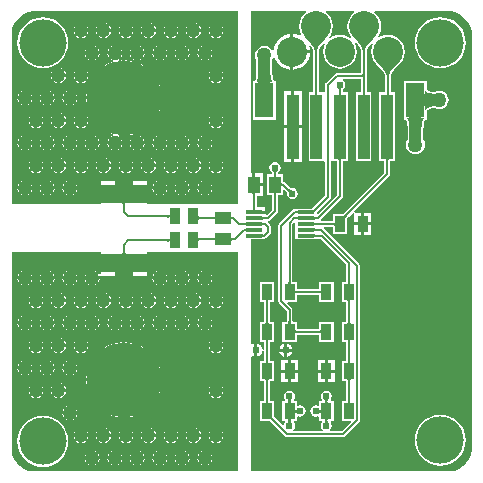
<source format=gtl>
G04*
G04 #@! TF.GenerationSoftware,Altium Limited,Altium Designer,19.1.9 (167)*
G04*
G04 Layer_Physical_Order=1*
G04 Layer_Color=255*
%FSAX25Y25*%
%MOIN*%
G70*
G01*
G75*
%ADD14R,0.05709X0.01181*%
%ADD15R,0.03622X0.05433*%
%ADD16R,0.03740X0.05315*%
%ADD17R,0.13465X0.06457*%
%ADD18R,0.03937X0.21654*%
%ADD19R,0.06299X0.11811*%
%ADD20R,0.04252X0.05591*%
%ADD21R,0.05591X0.04252*%
%ADD33C,0.00700*%
%ADD34C,0.04000*%
%ADD35C,0.10000*%
%ADD36C,0.15748*%
%ADD37C,0.25000*%
%ADD38C,0.02400*%
%ADD39C,0.05000*%
G36*
X0149914Y0155141D02*
X0151334Y0154553D01*
X0152612Y0153699D01*
X0153699Y0152612D01*
X0154553Y0151334D01*
X0155141Y0149914D01*
X0155441Y0148406D01*
Y0147638D01*
Y0009843D01*
Y0009074D01*
X0155141Y0007566D01*
X0154553Y0006146D01*
X0153699Y0004868D01*
X0152612Y0003781D01*
X0151334Y0002927D01*
X0149914Y0002339D01*
X0148406Y0002039D01*
X0081840D01*
Y0040362D01*
X0082340Y0040629D01*
X0082642Y0040428D01*
X0083000Y0040356D01*
Y0042500D01*
Y0044644D01*
X0082642Y0044572D01*
X0082340Y0044371D01*
X0081840Y0044638D01*
Y0079422D01*
X0085521D01*
X0085575Y0079391D01*
X0085620Y0079402D01*
X0085662Y0079385D01*
X0085753Y0079422D01*
X0086274D01*
Y0079648D01*
X0086363Y0079650D01*
X0086502Y0079711D01*
X0086720Y0079754D01*
X0087035Y0079964D01*
X0088335Y0081265D01*
X0088545Y0081579D01*
X0088619Y0081950D01*
Y0083450D01*
X0088545Y0083820D01*
X0088335Y0084135D01*
X0087419Y0085050D01*
X0087419Y0085170D01*
X0087593Y0085584D01*
X0087789Y0085623D01*
X0088103Y0085833D01*
X0090552Y0088282D01*
X0090762Y0088596D01*
X0090836Y0088967D01*
Y0094081D01*
X0090867Y0094150D01*
X0090869Y0094254D01*
X0092593D01*
Y0095731D01*
X0093055Y0095922D01*
X0093595Y0095382D01*
X0093619Y0095316D01*
X0093670Y0095260D01*
X0093697Y0095224D01*
X0093722Y0095184D01*
X0093744Y0095139D01*
X0093765Y0095087D01*
X0093783Y0095027D01*
X0093798Y0094959D01*
X0093809Y0094881D01*
X0093816Y0094794D01*
X0093818Y0094680D01*
X0093844Y0094621D01*
X0093972Y0093978D01*
X0094370Y0093382D01*
X0094965Y0092984D01*
X0095667Y0092845D01*
X0096370Y0092984D01*
X0096965Y0093382D01*
X0097363Y0093978D01*
X0097503Y0094680D01*
X0097363Y0095382D01*
X0096965Y0095978D01*
X0096370Y0096376D01*
X0095726Y0096504D01*
X0095667Y0096529D01*
X0095553Y0096531D01*
X0095466Y0096538D01*
X0095388Y0096549D01*
X0095320Y0096564D01*
X0095260Y0096582D01*
X0095209Y0096603D01*
X0095163Y0096625D01*
X0095123Y0096650D01*
X0095087Y0096677D01*
X0095031Y0096728D01*
X0094965Y0096752D01*
X0093383Y0098335D01*
X0093068Y0098545D01*
X0092823Y0098593D01*
X0092698Y0098649D01*
X0092593Y0098652D01*
Y0101045D01*
X0091126D01*
X0090941Y0101347D01*
X0090870Y0101545D01*
X0090876Y0101590D01*
X0090887Y0101635D01*
X0090903Y0101683D01*
X0090925Y0101734D01*
X0090954Y0101789D01*
X0090992Y0101848D01*
X0091039Y0101911D01*
X0091095Y0101977D01*
X0091175Y0102060D01*
X0091198Y0102120D01*
X0091563Y0102665D01*
X0091703Y0103367D01*
X0091563Y0104070D01*
X0091165Y0104665D01*
X0090570Y0105063D01*
X0089867Y0105203D01*
X0089165Y0105063D01*
X0088570Y0104665D01*
X0088172Y0104070D01*
X0088032Y0103367D01*
X0088172Y0102665D01*
X0088536Y0102120D01*
X0088560Y0102060D01*
X0088639Y0101977D01*
X0088696Y0101911D01*
X0088743Y0101848D01*
X0088780Y0101789D01*
X0088810Y0101734D01*
X0088832Y0101683D01*
X0088848Y0101635D01*
X0088859Y0101590D01*
X0088865Y0101545D01*
X0088793Y0101347D01*
X0088608Y0101045D01*
X0087141D01*
Y0094254D01*
X0088865D01*
X0088868Y0094150D01*
X0088899Y0094081D01*
Y0089368D01*
X0087174Y0087644D01*
X0086674Y0087851D01*
Y0087987D01*
X0082820D01*
Y0088987D01*
X0086674D01*
Y0090077D01*
X0083789D01*
Y0093854D01*
X0085946D01*
Y0097150D01*
X0082820D01*
Y0097650D01*
X0082320D01*
Y0101445D01*
X0081840D01*
Y0155441D01*
X0100049D01*
X0100219Y0154941D01*
X0099506Y0154394D01*
X0098608Y0153224D01*
X0098044Y0151862D01*
X0097852Y0150400D01*
X0098044Y0148938D01*
X0098538Y0147747D01*
X0098144Y0147390D01*
X0097807Y0147570D01*
X0096676Y0147913D01*
X0096000Y0147980D01*
Y0142500D01*
X0101480D01*
X0101413Y0143176D01*
X0101233Y0143770D01*
X0101686Y0144000D01*
X0101833Y0143805D01*
X0102093Y0143416D01*
X0102286Y0143075D01*
X0102413Y0142789D01*
X0102479Y0142567D01*
X0102505Y0142341D01*
X0102531Y0142292D01*
Y0128601D01*
X0102501Y0128532D01*
X0102498Y0128427D01*
X0101058D01*
Y0105573D01*
X0106194D01*
X0106531Y0105212D01*
Y0093981D01*
X0102612Y0090061D01*
X0102543Y0090036D01*
X0102284Y0089795D01*
X0102196Y0089725D01*
X0102128Y0089677D01*
X0102086D01*
X0101995Y0089715D01*
X0101946Y0089694D01*
X0101894Y0089707D01*
X0101846Y0089677D01*
X0097451D01*
X0097404Y0089706D01*
X0097351Y0089694D01*
X0097301Y0089715D01*
X0097210Y0089677D01*
X0096689D01*
Y0089488D01*
X0096589Y0089486D01*
X0096519Y0089455D01*
X0096404D01*
X0096033Y0089382D01*
X0095719Y0089172D01*
X0091264Y0084717D01*
X0091054Y0084403D01*
X0090980Y0084032D01*
Y0058773D01*
X0091054Y0058403D01*
X0091264Y0058088D01*
X0093742Y0055611D01*
Y0052151D01*
X0093711Y0052082D01*
X0093708Y0051978D01*
X0092299D01*
Y0045345D01*
X0097121D01*
Y0047659D01*
X0097226Y0047662D01*
X0097295Y0047692D01*
X0104406D01*
X0104475Y0047662D01*
X0104579Y0047659D01*
Y0045345D01*
X0109402D01*
Y0051978D01*
X0104579D01*
Y0049663D01*
X0104475Y0049660D01*
X0104406Y0049630D01*
X0097295D01*
X0097226Y0049660D01*
X0097121Y0049663D01*
Y0051978D01*
X0095712D01*
X0095709Y0052082D01*
X0095679Y0052151D01*
Y0056012D01*
X0095605Y0056383D01*
X0095395Y0056697D01*
X0093987Y0058105D01*
X0094179Y0058567D01*
X0097121D01*
Y0060881D01*
X0097226Y0060884D01*
X0097295Y0060915D01*
X0104406D01*
X0104475Y0060884D01*
X0104579Y0060881D01*
Y0058567D01*
X0109402D01*
Y0065200D01*
X0104579D01*
Y0062885D01*
X0104475Y0062883D01*
X0104406Y0062852D01*
X0097295D01*
X0097226Y0062883D01*
X0097121Y0062885D01*
Y0065200D01*
X0095712D01*
X0095709Y0065305D01*
X0095679Y0065373D01*
Y0084553D01*
X0096189Y0085063D01*
X0096689Y0084856D01*
Y0079422D01*
X0102835D01*
X0102882Y0079393D01*
X0102935Y0079405D01*
X0102985Y0079385D01*
X0103076Y0079422D01*
X0103597D01*
Y0079612D01*
X0103697Y0079613D01*
X0103767Y0079644D01*
X0104986D01*
X0113542Y0071089D01*
Y0065374D01*
X0113511Y0065305D01*
X0113508Y0065200D01*
X0112099D01*
Y0058567D01*
X0113508D01*
X0113511Y0058462D01*
X0113542Y0058393D01*
Y0052152D01*
X0113511Y0052083D01*
X0113508Y0051978D01*
X0112099D01*
Y0045345D01*
X0113508D01*
X0113511Y0045240D01*
X0113542Y0045171D01*
Y0038929D01*
X0113511Y0038860D01*
X0113508Y0038755D01*
X0112099D01*
Y0032122D01*
X0113508D01*
X0113511Y0032018D01*
X0113542Y0031949D01*
Y0025707D01*
X0113511Y0025638D01*
X0113508Y0025533D01*
X0112099D01*
Y0018900D01*
X0115042D01*
X0115233Y0018438D01*
X0112263Y0015469D01*
X0108399D01*
X0108247Y0015969D01*
X0108298Y0016002D01*
X0108696Y0016598D01*
X0108835Y0017300D01*
X0108696Y0018002D01*
X0108430Y0018400D01*
X0108610Y0018840D01*
X0108689Y0018900D01*
X0109402D01*
Y0025533D01*
X0108702D01*
X0108691Y0025540D01*
X0108676Y0025554D01*
X0108452Y0026033D01*
X0108696Y0026398D01*
X0108835Y0027100D01*
X0108696Y0027802D01*
X0108298Y0028398D01*
X0107702Y0028796D01*
X0107000Y0028935D01*
X0106298Y0028796D01*
X0105702Y0028398D01*
X0105304Y0027802D01*
X0105165Y0027100D01*
X0105304Y0026398D01*
X0105548Y0026033D01*
X0105324Y0025554D01*
X0105309Y0025540D01*
X0105298Y0025533D01*
X0104579D01*
Y0024152D01*
X0104168Y0023894D01*
X0104079Y0023900D01*
X0103400Y0024035D01*
X0102698Y0023896D01*
X0102102Y0023498D01*
X0101704Y0022902D01*
X0101565Y0022200D01*
X0101704Y0021498D01*
X0102102Y0020902D01*
X0102698Y0020504D01*
X0103400Y0020365D01*
X0104079Y0020500D01*
X0104168Y0020506D01*
X0104579Y0020248D01*
Y0018900D01*
X0105311D01*
X0105389Y0018840D01*
X0105570Y0018400D01*
X0105304Y0018002D01*
X0105165Y0017300D01*
X0105304Y0016598D01*
X0105702Y0016002D01*
X0105753Y0015969D01*
X0105601Y0015469D01*
X0096099D01*
X0095947Y0015969D01*
X0095998Y0016002D01*
X0096396Y0016598D01*
X0096535Y0017300D01*
X0096396Y0018002D01*
X0096130Y0018400D01*
X0096311Y0018840D01*
X0096389Y0018900D01*
X0097121D01*
Y0020248D01*
X0097533Y0020505D01*
X0097621Y0020500D01*
X0098300Y0020365D01*
X0099002Y0020504D01*
X0099598Y0020902D01*
X0099996Y0021498D01*
X0100135Y0022200D01*
X0099996Y0022902D01*
X0099598Y0023498D01*
X0099002Y0023896D01*
X0098300Y0024035D01*
X0097621Y0023900D01*
X0097533Y0023895D01*
X0097121Y0024152D01*
Y0025533D01*
X0096402D01*
X0096391Y0025540D01*
X0096376Y0025554D01*
X0096152Y0026033D01*
X0096396Y0026398D01*
X0096535Y0027100D01*
X0096396Y0027802D01*
X0095998Y0028398D01*
X0095402Y0028796D01*
X0094700Y0028935D01*
X0093998Y0028796D01*
X0093402Y0028398D01*
X0093004Y0027802D01*
X0092865Y0027100D01*
X0093004Y0026398D01*
X0093248Y0026033D01*
X0093024Y0025554D01*
X0093009Y0025540D01*
X0092998Y0025533D01*
X0092299D01*
Y0018900D01*
X0093011D01*
X0093089Y0018840D01*
X0093270Y0018400D01*
X0093004Y0018002D01*
X0092933Y0017645D01*
X0092391Y0017481D01*
X0089986Y0019886D01*
X0089960Y0019954D01*
X0089719Y0020214D01*
X0089649Y0020302D01*
X0089601Y0020370D01*
Y0020412D01*
X0089639Y0020502D01*
X0089618Y0020551D01*
X0089631Y0020603D01*
X0089601Y0020652D01*
Y0025533D01*
X0088192D01*
X0088190Y0025638D01*
X0088159Y0025707D01*
Y0031949D01*
X0088190Y0032017D01*
X0088192Y0032122D01*
X0089601D01*
Y0038755D01*
X0088192D01*
X0088190Y0038860D01*
X0088159Y0038929D01*
Y0045171D01*
X0088190Y0045239D01*
X0088192Y0045345D01*
X0089601D01*
Y0051978D01*
X0088192D01*
X0088190Y0052082D01*
X0088159Y0052151D01*
Y0058393D01*
X0088190Y0058462D01*
X0088192Y0058567D01*
X0089601D01*
Y0065200D01*
X0084780D01*
Y0058567D01*
X0086189D01*
X0086191Y0058462D01*
X0086222Y0058393D01*
Y0052151D01*
X0086191Y0052082D01*
X0086189Y0051978D01*
X0084780D01*
Y0045345D01*
X0086189D01*
X0086191Y0045239D01*
X0086222Y0045171D01*
Y0042656D01*
X0085722Y0042607D01*
X0085572Y0043358D01*
X0085086Y0044086D01*
X0084358Y0044572D01*
X0084000Y0044644D01*
Y0042500D01*
Y0040356D01*
X0084358Y0040428D01*
X0085086Y0040914D01*
X0085572Y0041642D01*
X0085722Y0042393D01*
X0086222Y0042344D01*
Y0038929D01*
X0086191Y0038860D01*
X0086189Y0038755D01*
X0084780D01*
Y0032122D01*
X0086189D01*
X0086191Y0032017D01*
X0086222Y0031949D01*
Y0025707D01*
X0086191Y0025638D01*
X0086189Y0025533D01*
X0084780D01*
Y0018900D01*
X0087850D01*
X0087898Y0018871D01*
X0087950Y0018883D01*
X0087999Y0018863D01*
X0088090Y0018900D01*
X0088132D01*
X0088193Y0018858D01*
X0088410Y0018674D01*
X0088538Y0018550D01*
X0088610Y0018522D01*
X0093317Y0013815D01*
X0093631Y0013605D01*
X0094002Y0013531D01*
X0112665D01*
X0113035Y0013605D01*
X0113349Y0013815D01*
X0117956Y0018422D01*
X0118166Y0018736D01*
X0118240Y0019107D01*
Y0070567D01*
X0118166Y0070938D01*
X0117956Y0071252D01*
X0106127Y0083081D01*
X0106334Y0083581D01*
X0109005D01*
X0109074Y0083551D01*
X0109179Y0083548D01*
Y0081233D01*
X0114001D01*
Y0086132D01*
X0114018Y0086160D01*
X0114005Y0086213D01*
X0114027Y0086264D01*
X0114001Y0086326D01*
Y0086400D01*
X0114038Y0086453D01*
X0114226Y0086673D01*
X0114351Y0086803D01*
X0114379Y0086875D01*
X0115819Y0088314D01*
X0116299Y0088087D01*
X0116299Y0087840D01*
Y0085050D01*
X0118610D01*
Y0088266D01*
X0116760D01*
X0116478Y0088266D01*
X0116251Y0088747D01*
X0127933Y0100428D01*
X0128143Y0100742D01*
X0128217Y0101113D01*
Y0105399D01*
X0128247Y0105468D01*
X0128250Y0105573D01*
X0129816D01*
Y0128427D01*
X0128502D01*
X0128499Y0128532D01*
X0128469Y0128601D01*
Y0133892D01*
X0128496Y0133941D01*
X0128521Y0134167D01*
X0128587Y0134389D01*
X0128714Y0134675D01*
X0128907Y0135016D01*
X0129167Y0135405D01*
X0129486Y0135828D01*
X0130874Y0137383D01*
X0131460Y0137971D01*
X0131465Y0137984D01*
X0131494Y0138006D01*
X0132392Y0139176D01*
X0132956Y0140538D01*
X0133148Y0142000D01*
X0132956Y0143462D01*
X0132392Y0144824D01*
X0131494Y0145994D01*
X0130324Y0146892D01*
X0128962Y0147456D01*
X0127500Y0147648D01*
X0126038Y0147456D01*
X0124676Y0146892D01*
X0124484Y0146744D01*
X0124127Y0147101D01*
X0124492Y0147576D01*
X0125056Y0148938D01*
X0125248Y0150400D01*
X0125056Y0151862D01*
X0124492Y0153224D01*
X0123594Y0154394D01*
X0122881Y0154941D01*
X0123050Y0155441D01*
X0148406D01*
X0149914Y0155141D01*
D02*
G37*
G36*
X0116319Y0154941D02*
X0115606Y0154394D01*
X0114708Y0153224D01*
X0114144Y0151862D01*
X0113952Y0150400D01*
X0114144Y0148938D01*
X0114708Y0147576D01*
X0115359Y0146728D01*
X0115003Y0146371D01*
X0114324Y0146892D01*
X0112962Y0147456D01*
X0111500Y0147648D01*
X0110038Y0147456D01*
X0108676Y0146892D01*
X0108240Y0146557D01*
X0107884Y0146914D01*
X0108392Y0147576D01*
X0108956Y0148938D01*
X0109148Y0150400D01*
X0108956Y0151862D01*
X0108392Y0153224D01*
X0107494Y0154394D01*
X0106781Y0154941D01*
X0106950Y0155441D01*
X0116149D01*
X0116319Y0154941D01*
D02*
G37*
G36*
X0106402Y0146229D02*
X0104984Y0144641D01*
X0104638Y0144181D01*
X0104354Y0143757D01*
X0104133Y0143368D01*
X0103976Y0143014D01*
X0103882Y0142696D01*
X0103850Y0142412D01*
X0103150D01*
X0103119Y0142696D01*
X0103024Y0143014D01*
X0102866Y0143368D01*
X0102646Y0143757D01*
X0102363Y0144181D01*
X0102016Y0144641D01*
X0101134Y0145665D01*
X0100000Y0146829D01*
X0107000D01*
X0106402Y0146229D01*
D02*
G37*
G36*
X0123028Y0146760D02*
X0122424Y0146178D01*
X0120994Y0144627D01*
X0120644Y0144175D01*
X0120359Y0143756D01*
X0120136Y0143370D01*
X0119977Y0143016D01*
X0119882Y0142695D01*
X0119850Y0142406D01*
X0119150Y0142420D01*
X0119119Y0142698D01*
X0119025Y0143014D01*
X0118869Y0143368D01*
X0118651Y0143759D01*
X0118370Y0144188D01*
X0118026Y0144655D01*
X0117153Y0145702D01*
X0116029Y0146900D01*
X0123028Y0146760D01*
D02*
G37*
G36*
X0117515Y0144254D02*
X0117836Y0143818D01*
X0118095Y0143423D01*
X0118287Y0143078D01*
X0118414Y0142790D01*
X0118480Y0142569D01*
X0118505Y0142348D01*
X0118531Y0142299D01*
Y0135205D01*
X0118513Y0135177D01*
X0118074Y0134969D01*
X0110500D01*
X0110129Y0134895D01*
X0109815Y0134685D01*
X0106815Y0131685D01*
X0106605Y0131371D01*
X0106531Y0131000D01*
Y0128788D01*
X0106194Y0128427D01*
X0104502D01*
X0104499Y0128532D01*
X0104469Y0128601D01*
Y0142292D01*
X0104496Y0142341D01*
X0104521Y0142567D01*
X0104587Y0142789D01*
X0104714Y0143075D01*
X0104907Y0143416D01*
X0105167Y0143805D01*
X0105486Y0144228D01*
X0106110Y0144927D01*
X0106539Y0144657D01*
X0106044Y0143462D01*
X0105852Y0142000D01*
X0106044Y0140538D01*
X0106608Y0139176D01*
X0107506Y0138006D01*
X0108676Y0137108D01*
X0110038Y0136544D01*
X0111500Y0136352D01*
X0112962Y0136544D01*
X0114324Y0137108D01*
X0115494Y0138006D01*
X0116392Y0139176D01*
X0116956Y0140538D01*
X0117148Y0142000D01*
X0116956Y0143462D01*
X0116392Y0144824D01*
X0116790Y0145124D01*
X0117515Y0144254D01*
D02*
G37*
G36*
X0130402Y0137829D02*
X0128984Y0136240D01*
X0128638Y0135781D01*
X0128354Y0135357D01*
X0128133Y0134968D01*
X0127976Y0134614D01*
X0127882Y0134296D01*
X0127850Y0134012D01*
X0127150D01*
X0127119Y0134296D01*
X0127024Y0134614D01*
X0126866Y0134968D01*
X0126646Y0135357D01*
X0126363Y0135781D01*
X0126016Y0136240D01*
X0125134Y0137265D01*
X0124000Y0138429D01*
X0131000D01*
X0130402Y0137829D01*
D02*
G37*
G36*
X0119850Y0134000D02*
X0119150Y0132950D01*
X0119143Y0133083D01*
X0119122Y0133202D01*
X0119087Y0133307D01*
X0119038Y0133398D01*
X0118975Y0133475D01*
X0118898Y0133538D01*
X0118807Y0133587D01*
X0118702Y0133622D01*
X0118583Y0133643D01*
X0118450Y0133650D01*
Y0134350D01*
X0118583Y0134357D01*
X0118702Y0134378D01*
X0118807Y0134413D01*
X0118898Y0134462D01*
X0118975Y0134525D01*
X0119038Y0134602D01*
X0119087Y0134693D01*
X0119122Y0134798D01*
X0119143Y0134917D01*
X0119150Y0135050D01*
X0119850Y0134000D01*
D02*
G37*
G36*
X0112247Y0130046D02*
X0112164Y0129949D01*
X0112090Y0129850D01*
X0112026Y0129751D01*
X0111972Y0129650D01*
X0111928Y0129549D01*
X0111894Y0129446D01*
X0111870Y0129342D01*
X0111855Y0129238D01*
X0111850Y0129132D01*
X0111150D01*
X0111145Y0129238D01*
X0111130Y0129342D01*
X0111106Y0129446D01*
X0111072Y0129549D01*
X0111028Y0129650D01*
X0110974Y0129751D01*
X0110910Y0129850D01*
X0110836Y0129949D01*
X0110753Y0130046D01*
X0110660Y0130143D01*
X0112340D01*
X0112247Y0130046D01*
D02*
G37*
G36*
X0127854Y0128382D02*
X0127864Y0128263D01*
X0127882Y0128158D01*
X0127906Y0128067D01*
X0127937Y0127990D01*
X0127976Y0127927D01*
X0128022Y0127878D01*
X0128074Y0127843D01*
X0128133Y0127822D01*
X0128200Y0127815D01*
X0126800D01*
X0126866Y0127822D01*
X0126926Y0127843D01*
X0126979Y0127878D01*
X0127024Y0127927D01*
X0127062Y0127990D01*
X0127094Y0128067D01*
X0127119Y0128158D01*
X0127136Y0128263D01*
X0127146Y0128382D01*
X0127150Y0128515D01*
X0127850D01*
X0127854Y0128382D01*
D02*
G37*
G36*
X0119853D02*
X0119864Y0128263D01*
X0119881Y0128158D01*
X0119906Y0128067D01*
X0119938Y0127990D01*
X0119976Y0127927D01*
X0120021Y0127878D01*
X0120074Y0127843D01*
X0120133Y0127822D01*
X0120200Y0127815D01*
X0118800D01*
X0118867Y0127822D01*
X0118926Y0127843D01*
X0118979Y0127878D01*
X0119024Y0127927D01*
X0119062Y0127990D01*
X0119094Y0128067D01*
X0119118Y0128158D01*
X0119136Y0128263D01*
X0119147Y0128382D01*
X0119150Y0128515D01*
X0119850D01*
X0119853Y0128382D01*
D02*
G37*
G36*
X0111854D02*
X0111864Y0128263D01*
X0111881Y0128158D01*
X0111906Y0128067D01*
X0111937Y0127990D01*
X0111976Y0127927D01*
X0112022Y0127878D01*
X0112074Y0127843D01*
X0112134Y0127822D01*
X0112200Y0127815D01*
X0110800D01*
X0110866Y0127822D01*
X0110926Y0127843D01*
X0110978Y0127878D01*
X0111024Y0127927D01*
X0111063Y0127990D01*
X0111094Y0128067D01*
X0111118Y0128158D01*
X0111136Y0128263D01*
X0111146Y0128382D01*
X0111150Y0128515D01*
X0111850D01*
X0111854Y0128382D01*
D02*
G37*
G36*
X0103853D02*
X0103864Y0128263D01*
X0103882Y0128158D01*
X0103906Y0128067D01*
X0103937Y0127990D01*
X0103976Y0127927D01*
X0104022Y0127878D01*
X0104074Y0127843D01*
X0104133Y0127822D01*
X0104200Y0127815D01*
X0102800D01*
X0102866Y0127822D01*
X0102926Y0127843D01*
X0102979Y0127878D01*
X0103024Y0127927D01*
X0103062Y0127990D01*
X0103094Y0128067D01*
X0103119Y0128158D01*
X0103136Y0128263D01*
X0103147Y0128382D01*
X0103150Y0128515D01*
X0103850D01*
X0103853Y0128382D01*
D02*
G37*
G36*
X0122502Y0144566D02*
X0122044Y0143462D01*
X0121852Y0142000D01*
X0122044Y0140538D01*
X0122608Y0139176D01*
X0123506Y0138006D01*
X0123530Y0137987D01*
X0123535Y0137976D01*
X0124655Y0136826D01*
X0125510Y0135833D01*
X0125833Y0135405D01*
X0126093Y0135016D01*
X0126286Y0134675D01*
X0126413Y0134389D01*
X0126479Y0134167D01*
X0126505Y0133940D01*
X0126531Y0133892D01*
Y0128601D01*
X0126501Y0128532D01*
X0126498Y0128427D01*
X0124680D01*
Y0105573D01*
X0126246D01*
X0126249Y0105468D01*
X0126279Y0105399D01*
Y0101514D01*
X0113015Y0088250D01*
X0112947Y0088225D01*
X0112685Y0087981D01*
X0112595Y0087908D01*
X0112535Y0087866D01*
X0112461D01*
X0112399Y0087892D01*
X0112348Y0087871D01*
X0112295Y0087883D01*
X0112267Y0087866D01*
X0109179D01*
Y0085552D01*
X0109074Y0085549D01*
X0109005Y0085518D01*
X0105295D01*
X0105088Y0086018D01*
X0112185Y0093115D01*
X0112395Y0093429D01*
X0112469Y0093800D01*
Y0105399D01*
X0112499Y0105468D01*
X0112502Y0105573D01*
X0114068D01*
Y0128427D01*
X0112502D01*
X0112499Y0128532D01*
X0112469Y0128601D01*
Y0129038D01*
X0112499Y0129102D01*
X0112502Y0129177D01*
X0112508Y0129222D01*
X0112519Y0129268D01*
X0112535Y0129316D01*
X0112558Y0129367D01*
X0112587Y0129422D01*
X0112625Y0129481D01*
X0112671Y0129543D01*
X0112728Y0129610D01*
X0112808Y0129692D01*
X0112831Y0129752D01*
X0113196Y0130298D01*
X0113335Y0131000D01*
X0113196Y0131702D01*
X0112798Y0132298D01*
X0112448Y0132531D01*
X0112600Y0133031D01*
X0118074D01*
X0118513Y0132823D01*
X0118531Y0132796D01*
Y0128601D01*
X0118501Y0128532D01*
X0118498Y0128427D01*
X0116806D01*
Y0105573D01*
X0121942D01*
Y0128427D01*
X0120502D01*
X0120499Y0128532D01*
X0120469Y0128601D01*
Y0133845D01*
X0120487Y0133873D01*
X0120469Y0133965D01*
Y0134035D01*
X0120487Y0134127D01*
X0120469Y0134154D01*
Y0142286D01*
X0120495Y0142335D01*
X0120521Y0142566D01*
X0120587Y0142789D01*
X0120715Y0143074D01*
X0120909Y0143411D01*
X0121170Y0143793D01*
X0121491Y0144207D01*
X0122074Y0144840D01*
X0122502Y0144566D01*
D02*
G37*
G36*
X0127882Y0106190D02*
X0127822Y0106168D01*
X0127769Y0106133D01*
X0127724Y0106083D01*
X0127685Y0106019D01*
X0127654Y0105941D01*
X0127629Y0105848D01*
X0127612Y0105741D01*
X0127602Y0105620D01*
X0127598Y0105485D01*
X0126898D01*
X0126894Y0105620D01*
X0126884Y0105741D01*
X0126866Y0105848D01*
X0126842Y0105941D01*
X0126811Y0106019D01*
X0126772Y0106083D01*
X0126726Y0106133D01*
X0126674Y0106168D01*
X0126614Y0106190D01*
X0126548Y0106197D01*
X0127948D01*
X0127882Y0106190D01*
D02*
G37*
G36*
X0112134D02*
X0112074Y0106168D01*
X0112022Y0106133D01*
X0111976Y0106083D01*
X0111937Y0106019D01*
X0111906Y0105941D01*
X0111881Y0105848D01*
X0111864Y0105741D01*
X0111854Y0105620D01*
X0111850Y0105485D01*
X0111150D01*
X0111146Y0105620D01*
X0111136Y0105741D01*
X0111118Y0105848D01*
X0111094Y0105941D01*
X0111063Y0106019D01*
X0111024Y0106083D01*
X0110978Y0106133D01*
X0110926Y0106168D01*
X0110866Y0106190D01*
X0110800Y0106197D01*
X0112200D01*
X0112134Y0106190D01*
D02*
G37*
G36*
X0090614Y0102414D02*
X0090531Y0102316D01*
X0090457Y0102218D01*
X0090394Y0102118D01*
X0090340Y0102017D01*
X0090296Y0101916D01*
X0090261Y0101813D01*
X0090237Y0101710D01*
X0090222Y0101605D01*
X0090217Y0101499D01*
X0089517D01*
X0089512Y0101605D01*
X0089498Y0101710D01*
X0089473Y0101813D01*
X0089439Y0101916D01*
X0089395Y0102017D01*
X0089341Y0102118D01*
X0089277Y0102218D01*
X0089204Y0102316D01*
X0089120Y0102414D01*
X0089027Y0102510D01*
X0090707D01*
X0090614Y0102414D01*
D02*
G37*
G36*
X0090221Y0101000D02*
X0090231Y0100881D01*
X0090249Y0100776D01*
X0090273Y0100685D01*
X0090305Y0100608D01*
X0090343Y0100545D01*
X0090389Y0100496D01*
X0090441Y0100461D01*
X0090501Y0100440D01*
X0090567Y0100433D01*
X0089167D01*
X0089234Y0100440D01*
X0089293Y0100461D01*
X0089346Y0100496D01*
X0089391Y0100545D01*
X0089430Y0100608D01*
X0089461Y0100685D01*
X0089486Y0100776D01*
X0089503Y0100881D01*
X0089514Y0101000D01*
X0089517Y0101133D01*
X0090217D01*
X0090221Y0101000D01*
D02*
G37*
G36*
X0091976Y0098283D02*
X0091998Y0098224D01*
X0092033Y0098171D01*
X0092083Y0098126D01*
X0092147Y0098087D01*
X0092226Y0098056D01*
X0092318Y0098031D01*
X0092425Y0098014D01*
X0092546Y0098003D01*
X0092681Y0098000D01*
Y0097300D01*
X0092546Y0097296D01*
X0092425Y0097286D01*
X0092318Y0097268D01*
X0092226Y0097244D01*
X0092147Y0097212D01*
X0092083Y0097174D01*
X0092033Y0097128D01*
X0091998Y0097076D01*
X0091976Y0097016D01*
X0091969Y0096950D01*
Y0098350D01*
X0091976Y0098283D01*
D02*
G37*
G36*
X0094672Y0096177D02*
X0094757Y0096113D01*
X0094847Y0096057D01*
X0094944Y0096009D01*
X0095047Y0095969D01*
X0095156Y0095935D01*
X0095272Y0095910D01*
X0095393Y0095892D01*
X0095521Y0095882D01*
X0095655Y0095880D01*
X0094467Y0094692D01*
X0094465Y0094826D01*
X0094455Y0094954D01*
X0094437Y0095076D01*
X0094412Y0095191D01*
X0094379Y0095300D01*
X0094338Y0095403D01*
X0094290Y0095500D01*
X0094234Y0095591D01*
X0094170Y0095675D01*
X0094099Y0095753D01*
X0094594Y0096248D01*
X0094672Y0096177D01*
D02*
G37*
G36*
X0090501Y0094871D02*
X0090441Y0094850D01*
X0090389Y0094814D01*
X0090343Y0094765D01*
X0090305Y0094700D01*
X0090273Y0094622D01*
X0090249Y0094529D01*
X0090231Y0094423D01*
X0090221Y0094302D01*
X0090217Y0094166D01*
X0089517D01*
X0089514Y0094302D01*
X0089503Y0094423D01*
X0089486Y0094529D01*
X0089461Y0094622D01*
X0089430Y0094700D01*
X0089391Y0094765D01*
X0089346Y0094814D01*
X0089293Y0094850D01*
X0089234Y0094871D01*
X0089167Y0094878D01*
X0090567D01*
X0090501Y0094871D01*
D02*
G37*
G36*
X0083454D02*
X0083394Y0094850D01*
X0083342Y0094814D01*
X0083296Y0094765D01*
X0083258Y0094700D01*
X0083226Y0094622D01*
X0083202Y0094529D01*
X0083184Y0094423D01*
X0083174Y0094302D01*
X0083170Y0094166D01*
X0082470D01*
X0082467Y0094302D01*
X0082456Y0094423D01*
X0082439Y0094529D01*
X0082414Y0094622D01*
X0082383Y0094700D01*
X0082344Y0094765D01*
X0082299Y0094814D01*
X0082246Y0094850D01*
X0082187Y0094871D01*
X0082120Y0094878D01*
X0083520D01*
X0083454Y0094871D01*
D02*
G37*
G36*
X0077450Y0091050D02*
X0047182D01*
Y0091605D01*
X0039450D01*
X0031718D01*
Y0091050D01*
X0002039D01*
Y0147638D01*
Y0148406D01*
X0002339Y0149914D01*
X0002927Y0151334D01*
X0003781Y0152612D01*
X0004868Y0153699D01*
X0006146Y0154553D01*
X0007566Y0155141D01*
X0009074Y0155441D01*
X0077450D01*
Y0091050D01*
D02*
G37*
G36*
X0040084Y0091393D02*
X0040024Y0091372D01*
X0039972Y0091336D01*
X0039926Y0091286D01*
X0039887Y0091223D01*
X0039856Y0091144D01*
X0039832Y0091052D01*
X0039814Y0090945D01*
X0039803Y0090824D01*
X0039800Y0090689D01*
X0039100D01*
X0039097Y0090824D01*
X0039086Y0090945D01*
X0039068Y0091052D01*
X0039044Y0091144D01*
X0039013Y0091223D01*
X0038974Y0091286D01*
X0038928Y0091336D01*
X0038876Y0091372D01*
X0038816Y0091393D01*
X0038750Y0091400D01*
X0040150D01*
X0040084Y0091393D01*
D02*
G37*
G36*
X0083174Y0089630D02*
X0083184Y0089509D01*
X0083202Y0089402D01*
X0083226Y0089310D01*
X0083258Y0089231D01*
X0083296Y0089167D01*
X0083342Y0089117D01*
X0083394Y0089082D01*
X0083454Y0089060D01*
X0083520Y0089053D01*
X0082120D01*
X0082187Y0089060D01*
X0082246Y0089082D01*
X0082299Y0089117D01*
X0082344Y0089167D01*
X0082383Y0089231D01*
X0082414Y0089310D01*
X0082439Y0089402D01*
X0082456Y0089509D01*
X0082467Y0089630D01*
X0082470Y0089765D01*
X0083170D01*
X0083174Y0089630D01*
D02*
G37*
G36*
X0103480Y0089065D02*
X0103342Y0088922D01*
X0103124Y0088664D01*
X0103045Y0088551D01*
X0102985Y0088446D01*
X0102946Y0088353D01*
X0102926Y0088268D01*
Y0088194D01*
X0102946Y0088130D01*
X0102985Y0088075D01*
X0101995Y0089065D01*
X0102050Y0089026D01*
X0102114Y0089006D01*
X0102188D01*
X0102272Y0089026D01*
X0102366Y0089065D01*
X0102471Y0089125D01*
X0102584Y0089204D01*
X0102708Y0089303D01*
X0102985Y0089560D01*
X0103480Y0089065D01*
D02*
G37*
G36*
X0110501Y0105468D02*
X0110531Y0105399D01*
Y0094201D01*
X0104334Y0088004D01*
X0103811Y0088188D01*
X0103784Y0088439D01*
X0103824Y0088486D01*
X0103947Y0088614D01*
X0103976Y0088686D01*
X0108185Y0092895D01*
X0108395Y0093209D01*
X0108469Y0093580D01*
Y0105483D01*
X0108932Y0105573D01*
Y0105573D01*
X0110498D01*
X0110501Y0105468D01*
D02*
G37*
G36*
X0097301Y0087908D02*
X0097294Y0087952D01*
X0097273Y0087990D01*
X0097238Y0088025D01*
X0097189Y0088054D01*
X0097126Y0088080D01*
X0097049Y0088100D01*
X0096958Y0088116D01*
X0096853Y0088127D01*
X0096601Y0088137D01*
Y0088837D01*
X0096734Y0088839D01*
X0096958Y0088857D01*
X0097049Y0088873D01*
X0097126Y0088894D01*
X0097189Y0088919D01*
X0097238Y0088949D01*
X0097273Y0088983D01*
X0097294Y0089022D01*
X0097301Y0089065D01*
Y0087908D01*
D02*
G37*
G36*
X0113884Y0087254D02*
X0113744Y0087110D01*
X0113524Y0086851D01*
X0113444Y0086737D01*
X0113383Y0086633D01*
X0113342Y0086539D01*
X0113321Y0086455D01*
X0113320Y0086381D01*
X0113339Y0086318D01*
X0113377Y0086264D01*
X0112399Y0087242D01*
X0112453Y0087204D01*
X0112516Y0087185D01*
X0112590Y0087186D01*
X0112674Y0087207D01*
X0112768Y0087248D01*
X0112872Y0087309D01*
X0112986Y0087389D01*
X0113110Y0087489D01*
X0113389Y0087749D01*
X0113884Y0087254D01*
D02*
G37*
G36*
X0054521Y0086350D02*
X0054514Y0086416D01*
X0054493Y0086476D01*
X0054458Y0086528D01*
X0054409Y0086574D01*
X0054346Y0086612D01*
X0054269Y0086644D01*
X0054178Y0086668D01*
X0054073Y0086686D01*
X0053954Y0086696D01*
X0053821Y0086700D01*
Y0087400D01*
X0053954Y0087403D01*
X0054073Y0087414D01*
X0054178Y0087431D01*
X0054269Y0087456D01*
X0054346Y0087487D01*
X0054409Y0087526D01*
X0054458Y0087571D01*
X0054493Y0087624D01*
X0054514Y0087683D01*
X0054521Y0087750D01*
Y0086350D01*
D02*
G37*
G36*
X0102992Y0087053D02*
X0103013Y0087014D01*
X0103048Y0086980D01*
X0103097Y0086950D01*
X0103160Y0086925D01*
X0103237Y0086905D01*
X0103328Y0086889D01*
X0103433Y0086877D01*
X0103685Y0086868D01*
Y0086168D01*
X0103552Y0086166D01*
X0103328Y0086148D01*
X0103237Y0086132D01*
X0103160Y0086111D01*
X0103097Y0086086D01*
X0103048Y0086056D01*
X0103013Y0086022D01*
X0102992Y0085983D01*
X0102985Y0085940D01*
Y0087097D01*
X0102992Y0087053D01*
D02*
G37*
G36*
X0097301Y0085940D02*
X0097294Y0085983D01*
X0097273Y0086022D01*
X0097238Y0086056D01*
X0097189Y0086086D01*
X0097126Y0086111D01*
X0097049Y0086132D01*
X0096958Y0086148D01*
X0096853Y0086159D01*
X0096601Y0086168D01*
Y0086868D01*
X0096734Y0086870D01*
X0096958Y0086889D01*
X0097049Y0086905D01*
X0097126Y0086925D01*
X0097189Y0086950D01*
X0097238Y0086980D01*
X0097273Y0087014D01*
X0097294Y0087053D01*
X0097301Y0087097D01*
Y0085940D01*
D02*
G37*
G36*
X0085669Y0087053D02*
X0085690Y0087014D01*
X0085725Y0086980D01*
X0085774Y0086950D01*
X0085837Y0086925D01*
X0085914Y0086905D01*
X0086005Y0086889D01*
X0086110Y0086877D01*
X0086362Y0086868D01*
Y0086168D01*
X0086229Y0086166D01*
X0086005Y0086148D01*
X0085914Y0086132D01*
X0085837Y0086111D01*
X0085774Y0086086D01*
X0085725Y0086056D01*
X0085690Y0086022D01*
X0085669Y0085983D01*
X0085662Y0085940D01*
Y0087097D01*
X0085669Y0087053D01*
D02*
G37*
G36*
X0075260Y0087183D02*
X0075281Y0087124D01*
X0075317Y0087071D01*
X0075367Y0087026D01*
X0075431Y0086987D01*
X0075509Y0086956D01*
X0075602Y0086931D01*
X0075709Y0086914D01*
X0075829Y0086903D01*
X0075965Y0086900D01*
Y0086200D01*
X0075829Y0086196D01*
X0075709Y0086186D01*
X0075602Y0086168D01*
X0075509Y0086144D01*
X0075431Y0086112D01*
X0075367Y0086074D01*
X0075317Y0086028D01*
X0075281Y0085976D01*
X0075260Y0085916D01*
X0075253Y0085850D01*
Y0087250D01*
X0075260Y0087183D01*
D02*
G37*
G36*
X0069698Y0085850D02*
X0069691Y0085916D01*
X0069670Y0085976D01*
X0069635Y0086028D01*
X0069586Y0086074D01*
X0069523Y0086112D01*
X0069446Y0086144D01*
X0069355Y0086168D01*
X0069250Y0086186D01*
X0069131Y0086196D01*
X0068998Y0086200D01*
Y0086900D01*
X0069131Y0086903D01*
X0069250Y0086914D01*
X0069355Y0086931D01*
X0069446Y0086956D01*
X0069523Y0086987D01*
X0069586Y0087026D01*
X0069635Y0087071D01*
X0069670Y0087124D01*
X0069691Y0087183D01*
X0069698Y0087250D01*
Y0085850D01*
D02*
G37*
G36*
X0064335Y0087183D02*
X0064356Y0087124D01*
X0064392Y0087071D01*
X0064442Y0087026D01*
X0064506Y0086987D01*
X0064584Y0086956D01*
X0064676Y0086931D01*
X0064783Y0086914D01*
X0064904Y0086903D01*
X0065040Y0086900D01*
Y0086200D01*
X0064904Y0086196D01*
X0064783Y0086186D01*
X0064676Y0086168D01*
X0064584Y0086144D01*
X0064506Y0086112D01*
X0064442Y0086074D01*
X0064392Y0086028D01*
X0064356Y0085976D01*
X0064335Y0085916D01*
X0064328Y0085850D01*
Y0087250D01*
X0064335Y0087183D01*
D02*
G37*
G36*
X0102992Y0085085D02*
X0103013Y0085046D01*
X0103048Y0085012D01*
X0103097Y0084982D01*
X0103160Y0084957D01*
X0103237Y0084936D01*
X0103328Y0084920D01*
X0103433Y0084909D01*
X0103685Y0084900D01*
Y0084200D01*
X0103552Y0084197D01*
X0103328Y0084179D01*
X0103237Y0084163D01*
X0103160Y0084143D01*
X0103097Y0084117D01*
X0103048Y0084088D01*
X0103013Y0084053D01*
X0102992Y0084014D01*
X0102985Y0083971D01*
Y0085128D01*
X0102992Y0085085D01*
D02*
G37*
G36*
X0085669D02*
X0085690Y0085046D01*
X0085725Y0085012D01*
X0085774Y0084982D01*
X0085837Y0084957D01*
X0085914Y0084936D01*
X0086005Y0084920D01*
X0086110Y0084909D01*
X0086362Y0084900D01*
Y0084200D01*
X0086229Y0084197D01*
X0086005Y0084179D01*
X0085914Y0084163D01*
X0085837Y0084143D01*
X0085774Y0084117D01*
X0085725Y0084088D01*
X0085690Y0084053D01*
X0085669Y0084014D01*
X0085662Y0083971D01*
Y0085128D01*
X0085669Y0085085D01*
D02*
G37*
G36*
X0079978Y0083971D02*
X0079971Y0084014D01*
X0079950Y0084053D01*
X0079915Y0084088D01*
X0079866Y0084117D01*
X0079803Y0084143D01*
X0079726Y0084163D01*
X0079635Y0084179D01*
X0079530Y0084190D01*
X0079278Y0084200D01*
Y0084900D01*
X0079411Y0084902D01*
X0079635Y0084920D01*
X0079726Y0084936D01*
X0079803Y0084957D01*
X0079866Y0084982D01*
X0079915Y0085012D01*
X0079950Y0085046D01*
X0079971Y0085085D01*
X0079978Y0085128D01*
Y0083971D01*
D02*
G37*
G36*
X0109803Y0083850D02*
X0109796Y0083916D01*
X0109775Y0083976D01*
X0109739Y0084028D01*
X0109689Y0084074D01*
X0109625Y0084112D01*
X0109547Y0084144D01*
X0109454Y0084168D01*
X0109347Y0084186D01*
X0109226Y0084196D01*
X0109091Y0084200D01*
Y0084900D01*
X0109226Y0084903D01*
X0109347Y0084914D01*
X0109454Y0084931D01*
X0109547Y0084956D01*
X0109625Y0084987D01*
X0109689Y0085026D01*
X0109739Y0085071D01*
X0109775Y0085124D01*
X0109796Y0085183D01*
X0109803Y0085250D01*
Y0083850D01*
D02*
G37*
G36*
X0079990Y0082116D02*
X0079985Y0082138D01*
X0079971Y0082158D01*
X0079947Y0082175D01*
X0079914Y0082190D01*
X0079871Y0082203D01*
X0079818Y0082213D01*
X0079756Y0082221D01*
X0079604Y0082230D01*
X0079513Y0082231D01*
Y0082931D01*
X0079604Y0082932D01*
X0079818Y0082950D01*
X0079871Y0082960D01*
X0079914Y0082973D01*
X0079947Y0082987D01*
X0079971Y0083005D01*
X0079985Y0083024D01*
X0079990Y0083046D01*
Y0082116D01*
D02*
G37*
G36*
X0102992Y0083116D02*
X0103013Y0083077D01*
X0103048Y0083043D01*
X0103097Y0083013D01*
X0103160Y0082988D01*
X0103237Y0082968D01*
X0103328Y0082952D01*
X0103433Y0082940D01*
X0103685Y0082931D01*
Y0082231D01*
X0103552Y0082229D01*
X0103328Y0082211D01*
X0103237Y0082195D01*
X0103160Y0082174D01*
X0103097Y0082149D01*
X0103048Y0082119D01*
X0103013Y0082085D01*
X0102992Y0082046D01*
X0102985Y0082003D01*
Y0083160D01*
X0102992Y0083116D01*
D02*
G37*
G36*
Y0081148D02*
X0103013Y0081109D01*
X0103048Y0081075D01*
X0103097Y0081045D01*
X0103160Y0081020D01*
X0103237Y0080999D01*
X0103328Y0080983D01*
X0103433Y0080972D01*
X0103685Y0080963D01*
Y0080263D01*
X0103552Y0080260D01*
X0103328Y0080242D01*
X0103237Y0080226D01*
X0103160Y0080206D01*
X0103097Y0080180D01*
X0103048Y0080151D01*
X0103013Y0080116D01*
X0102992Y0080077D01*
X0102985Y0080034D01*
Y0081191D01*
X0102992Y0081148D01*
D02*
G37*
G36*
X0085669Y0081155D02*
X0085690Y0081122D01*
X0085724Y0081093D01*
X0085772Y0081068D01*
X0085834Y0081047D01*
X0085910Y0081030D01*
X0085999Y0081017D01*
X0086102Y0081007D01*
X0086350Y0080999D01*
Y0080299D01*
X0086219Y0080297D01*
X0085999Y0080275D01*
X0085910Y0080257D01*
X0085834Y0080233D01*
X0085772Y0080204D01*
X0085724Y0080169D01*
X0085690Y0080130D01*
X0085669Y0080085D01*
X0085662Y0080034D01*
Y0081191D01*
X0085669Y0081155D01*
D02*
G37*
G36*
X0075260Y0080136D02*
X0075281Y0080076D01*
X0075317Y0080024D01*
X0075367Y0079978D01*
X0075431Y0079940D01*
X0075509Y0079908D01*
X0075602Y0079884D01*
X0075709Y0079866D01*
X0075829Y0079856D01*
X0075965Y0079852D01*
Y0079152D01*
X0075829Y0079149D01*
X0075709Y0079138D01*
X0075602Y0079121D01*
X0075509Y0079096D01*
X0075431Y0079065D01*
X0075367Y0079026D01*
X0075317Y0078981D01*
X0075281Y0078928D01*
X0075260Y0078869D01*
X0075253Y0078802D01*
Y0080202D01*
X0075260Y0080136D01*
D02*
G37*
G36*
X0069698Y0078802D02*
X0069691Y0078869D01*
X0069670Y0078928D01*
X0069635Y0078981D01*
X0069586Y0079026D01*
X0069523Y0079065D01*
X0069446Y0079096D01*
X0069355Y0079121D01*
X0069250Y0079138D01*
X0069131Y0079149D01*
X0068998Y0079152D01*
Y0079852D01*
X0069131Y0079856D01*
X0069250Y0079866D01*
X0069355Y0079884D01*
X0069446Y0079908D01*
X0069523Y0079940D01*
X0069586Y0079978D01*
X0069635Y0080024D01*
X0069670Y0080076D01*
X0069691Y0080136D01*
X0069698Y0080202D01*
Y0078802D01*
D02*
G37*
G36*
X0064335Y0080136D02*
X0064356Y0080076D01*
X0064392Y0080024D01*
X0064442Y0079978D01*
X0064506Y0079940D01*
X0064584Y0079908D01*
X0064676Y0079884D01*
X0064783Y0079866D01*
X0064904Y0079856D01*
X0065040Y0079852D01*
Y0079152D01*
X0064904Y0079149D01*
X0064783Y0079138D01*
X0064676Y0079121D01*
X0064584Y0079096D01*
X0064506Y0079065D01*
X0064442Y0079026D01*
X0064392Y0078981D01*
X0064356Y0078928D01*
X0064335Y0078869D01*
X0064328Y0078802D01*
Y0080202D01*
X0064335Y0080136D01*
D02*
G37*
G36*
X0054521Y0078350D02*
X0054514Y0078416D01*
X0054493Y0078476D01*
X0054458Y0078528D01*
X0054409Y0078574D01*
X0054346Y0078612D01*
X0054269Y0078644D01*
X0054178Y0078668D01*
X0054073Y0078686D01*
X0053954Y0078696D01*
X0053821Y0078700D01*
Y0079400D01*
X0053954Y0079403D01*
X0054073Y0079414D01*
X0054178Y0079431D01*
X0054269Y0079456D01*
X0054346Y0079487D01*
X0054409Y0079526D01*
X0054458Y0079571D01*
X0054493Y0079624D01*
X0054514Y0079683D01*
X0054521Y0079750D01*
Y0078350D01*
D02*
G37*
G36*
X0039803Y0075276D02*
X0039814Y0075155D01*
X0039832Y0075048D01*
X0039856Y0074955D01*
X0039887Y0074877D01*
X0039926Y0074813D01*
X0039972Y0074763D01*
X0040024Y0074727D01*
X0040084Y0074706D01*
X0040150Y0074699D01*
X0038750D01*
X0038816Y0074706D01*
X0038876Y0074727D01*
X0038928Y0074763D01*
X0038974Y0074813D01*
X0039013Y0074877D01*
X0039044Y0074955D01*
X0039068Y0075048D01*
X0039086Y0075155D01*
X0039097Y0075276D01*
X0039100Y0075411D01*
X0039800D01*
X0039803Y0075276D01*
D02*
G37*
G36*
X0114864Y0065155D02*
X0114874Y0065036D01*
X0114892Y0064931D01*
X0114916Y0064840D01*
X0114948Y0064763D01*
X0114986Y0064700D01*
X0115032Y0064651D01*
X0115084Y0064616D01*
X0115144Y0064595D01*
X0115210Y0064588D01*
X0113810D01*
X0113877Y0064595D01*
X0113936Y0064616D01*
X0113989Y0064651D01*
X0114034Y0064700D01*
X0114073Y0064763D01*
X0114104Y0064840D01*
X0114129Y0064931D01*
X0114146Y0065036D01*
X0114157Y0065155D01*
X0114160Y0065288D01*
X0114860D01*
X0114864Y0065155D01*
D02*
G37*
G36*
X0095064Y0065153D02*
X0095074Y0065032D01*
X0095092Y0064925D01*
X0095116Y0064832D01*
X0095148Y0064754D01*
X0095186Y0064690D01*
X0095232Y0064640D01*
X0095284Y0064604D01*
X0095344Y0064583D01*
X0095410Y0064576D01*
X0094010D01*
X0094077Y0064583D01*
X0094136Y0064604D01*
X0094189Y0064640D01*
X0094234Y0064690D01*
X0094273Y0064754D01*
X0094304Y0064832D01*
X0094329Y0064925D01*
X0094346Y0065032D01*
X0094357Y0065153D01*
X0094360Y0065288D01*
X0095060D01*
X0095064Y0065153D01*
D02*
G37*
G36*
X0105203Y0061183D02*
X0105196Y0061250D01*
X0105175Y0061309D01*
X0105139Y0061362D01*
X0105089Y0061407D01*
X0105025Y0061446D01*
X0104947Y0061477D01*
X0104855Y0061502D01*
X0104748Y0061519D01*
X0104627Y0061530D01*
X0104491Y0061533D01*
Y0062233D01*
X0104627Y0062237D01*
X0104748Y0062247D01*
X0104855Y0062265D01*
X0104947Y0062289D01*
X0105025Y0062321D01*
X0105089Y0062359D01*
X0105139Y0062405D01*
X0105175Y0062457D01*
X0105196Y0062517D01*
X0105203Y0062583D01*
Y0061183D01*
D02*
G37*
G36*
X0096504Y0062517D02*
X0096526Y0062457D01*
X0096561Y0062405D01*
X0096611Y0062359D01*
X0096675Y0062321D01*
X0096754Y0062289D01*
X0096846Y0062265D01*
X0096953Y0062247D01*
X0097074Y0062237D01*
X0097209Y0062233D01*
Y0061533D01*
X0097074Y0061530D01*
X0096953Y0061519D01*
X0096846Y0061502D01*
X0096754Y0061477D01*
X0096675Y0061446D01*
X0096611Y0061407D01*
X0096561Y0061362D01*
X0096526Y0061309D01*
X0096504Y0061250D01*
X0096497Y0061183D01*
Y0062583D01*
X0096504Y0062517D01*
D02*
G37*
G36*
X0115144Y0059184D02*
X0115084Y0059162D01*
X0115032Y0059127D01*
X0114986Y0059077D01*
X0114948Y0059013D01*
X0114916Y0058934D01*
X0114892Y0058842D01*
X0114874Y0058735D01*
X0114864Y0058614D01*
X0114860Y0058479D01*
X0114160D01*
X0114157Y0058614D01*
X0114146Y0058735D01*
X0114129Y0058842D01*
X0114104Y0058934D01*
X0114073Y0059013D01*
X0114034Y0059077D01*
X0113989Y0059127D01*
X0113936Y0059162D01*
X0113877Y0059184D01*
X0113810Y0059191D01*
X0115210D01*
X0115144Y0059184D01*
D02*
G37*
G36*
X0087824Y0059172D02*
X0087765Y0059151D01*
X0087712Y0059116D01*
X0087666Y0059067D01*
X0087628Y0059004D01*
X0087596Y0058927D01*
X0087572Y0058836D01*
X0087555Y0058731D01*
X0087544Y0058612D01*
X0087541Y0058479D01*
X0086840D01*
X0086837Y0058612D01*
X0086826Y0058731D01*
X0086809Y0058836D01*
X0086784Y0058927D01*
X0086753Y0059004D01*
X0086715Y0059067D01*
X0086669Y0059116D01*
X0086616Y0059151D01*
X0086557Y0059172D01*
X0086490Y0059179D01*
X0087890D01*
X0087824Y0059172D01*
D02*
G37*
G36*
X0114864Y0051933D02*
X0114874Y0051814D01*
X0114892Y0051709D01*
X0114916Y0051618D01*
X0114948Y0051541D01*
X0114986Y0051478D01*
X0115032Y0051429D01*
X0115084Y0051394D01*
X0115144Y0051373D01*
X0115210Y0051366D01*
X0113810D01*
X0113877Y0051373D01*
X0113936Y0051394D01*
X0113989Y0051429D01*
X0114034Y0051478D01*
X0114073Y0051541D01*
X0114104Y0051618D01*
X0114129Y0051709D01*
X0114146Y0051814D01*
X0114157Y0051933D01*
X0114160Y0052066D01*
X0114860D01*
X0114864Y0051933D01*
D02*
G37*
G36*
X0095064Y0051930D02*
X0095074Y0051809D01*
X0095092Y0051702D01*
X0095116Y0051610D01*
X0095148Y0051532D01*
X0095186Y0051468D01*
X0095232Y0051418D01*
X0095284Y0051382D01*
X0095344Y0051361D01*
X0095410Y0051354D01*
X0094010D01*
X0094077Y0051361D01*
X0094136Y0051382D01*
X0094189Y0051418D01*
X0094234Y0051468D01*
X0094273Y0051532D01*
X0094304Y0051610D01*
X0094329Y0051702D01*
X0094346Y0051809D01*
X0094357Y0051930D01*
X0094360Y0052066D01*
X0095060D01*
X0095064Y0051930D01*
D02*
G37*
G36*
X0087544D02*
X0087555Y0051809D01*
X0087572Y0051702D01*
X0087596Y0051610D01*
X0087628Y0051532D01*
X0087666Y0051468D01*
X0087712Y0051418D01*
X0087765Y0051382D01*
X0087824Y0051361D01*
X0087890Y0051354D01*
X0086490D01*
X0086557Y0051361D01*
X0086616Y0051382D01*
X0086669Y0051418D01*
X0086715Y0051468D01*
X0086753Y0051532D01*
X0086784Y0051610D01*
X0086809Y0051702D01*
X0086826Y0051809D01*
X0086837Y0051930D01*
X0086840Y0052066D01*
X0087541D01*
X0087544Y0051930D01*
D02*
G37*
G36*
X0105203Y0047961D02*
X0105196Y0048028D01*
X0105175Y0048087D01*
X0105139Y0048140D01*
X0105089Y0048185D01*
X0105025Y0048224D01*
X0104947Y0048255D01*
X0104855Y0048280D01*
X0104748Y0048297D01*
X0104627Y0048308D01*
X0104491Y0048311D01*
Y0049011D01*
X0104627Y0049015D01*
X0104748Y0049025D01*
X0104855Y0049043D01*
X0104947Y0049067D01*
X0105025Y0049099D01*
X0105089Y0049137D01*
X0105139Y0049183D01*
X0105175Y0049235D01*
X0105196Y0049295D01*
X0105203Y0049361D01*
Y0047961D01*
D02*
G37*
G36*
X0096504Y0049295D02*
X0096526Y0049235D01*
X0096561Y0049183D01*
X0096611Y0049137D01*
X0096675Y0049099D01*
X0096754Y0049067D01*
X0096846Y0049043D01*
X0096953Y0049025D01*
X0097074Y0049015D01*
X0097209Y0049011D01*
Y0048311D01*
X0097074Y0048308D01*
X0096953Y0048297D01*
X0096846Y0048280D01*
X0096754Y0048255D01*
X0096675Y0048224D01*
X0096611Y0048185D01*
X0096561Y0048140D01*
X0096526Y0048087D01*
X0096504Y0048028D01*
X0096497Y0047961D01*
Y0049361D01*
X0096504Y0049295D01*
D02*
G37*
G36*
X0115144Y0045961D02*
X0115084Y0045940D01*
X0115032Y0045904D01*
X0114986Y0045855D01*
X0114948Y0045791D01*
X0114916Y0045712D01*
X0114892Y0045620D01*
X0114874Y0045513D01*
X0114864Y0045392D01*
X0114860Y0045257D01*
X0114160D01*
X0114157Y0045392D01*
X0114146Y0045513D01*
X0114129Y0045620D01*
X0114104Y0045712D01*
X0114073Y0045791D01*
X0114034Y0045855D01*
X0113989Y0045904D01*
X0113936Y0045940D01*
X0113877Y0045961D01*
X0113810Y0045969D01*
X0115210D01*
X0115144Y0045961D01*
D02*
G37*
G36*
X0087824Y0045950D02*
X0087765Y0045929D01*
X0087712Y0045894D01*
X0087666Y0045845D01*
X0087628Y0045782D01*
X0087596Y0045705D01*
X0087572Y0045614D01*
X0087555Y0045509D01*
X0087544Y0045390D01*
X0087541Y0045257D01*
X0086840D01*
X0086837Y0045390D01*
X0086826Y0045509D01*
X0086809Y0045614D01*
X0086784Y0045705D01*
X0086753Y0045782D01*
X0086715Y0045845D01*
X0086669Y0045894D01*
X0086616Y0045929D01*
X0086557Y0045950D01*
X0086490Y0045957D01*
X0087890D01*
X0087824Y0045950D01*
D02*
G37*
G36*
X0114864Y0038710D02*
X0114874Y0038591D01*
X0114892Y0038486D01*
X0114916Y0038395D01*
X0114948Y0038318D01*
X0114986Y0038255D01*
X0115032Y0038206D01*
X0115084Y0038171D01*
X0115144Y0038150D01*
X0115210Y0038143D01*
X0113810D01*
X0113877Y0038150D01*
X0113936Y0038171D01*
X0113989Y0038206D01*
X0114034Y0038255D01*
X0114073Y0038318D01*
X0114104Y0038395D01*
X0114129Y0038486D01*
X0114146Y0038591D01*
X0114157Y0038710D01*
X0114160Y0038843D01*
X0114860D01*
X0114864Y0038710D01*
D02*
G37*
G36*
X0087544Y0038708D02*
X0087555Y0038587D01*
X0087572Y0038480D01*
X0087596Y0038388D01*
X0087628Y0038309D01*
X0087666Y0038245D01*
X0087712Y0038195D01*
X0087765Y0038160D01*
X0087824Y0038138D01*
X0087890Y0038131D01*
X0086490D01*
X0086557Y0038138D01*
X0086616Y0038160D01*
X0086669Y0038195D01*
X0086715Y0038245D01*
X0086753Y0038309D01*
X0086784Y0038388D01*
X0086809Y0038480D01*
X0086826Y0038587D01*
X0086837Y0038708D01*
X0086840Y0038843D01*
X0087541D01*
X0087544Y0038708D01*
D02*
G37*
G36*
X0115144Y0032739D02*
X0115084Y0032718D01*
X0115032Y0032682D01*
X0114986Y0032632D01*
X0114948Y0032568D01*
X0114916Y0032490D01*
X0114892Y0032397D01*
X0114874Y0032291D01*
X0114864Y0032170D01*
X0114860Y0032034D01*
X0114160D01*
X0114157Y0032170D01*
X0114146Y0032291D01*
X0114129Y0032397D01*
X0114104Y0032490D01*
X0114073Y0032568D01*
X0114034Y0032632D01*
X0113989Y0032682D01*
X0113936Y0032718D01*
X0113877Y0032739D01*
X0113810Y0032746D01*
X0115210D01*
X0115144Y0032739D01*
D02*
G37*
G36*
X0087824Y0032727D02*
X0087765Y0032706D01*
X0087712Y0032671D01*
X0087666Y0032622D01*
X0087628Y0032559D01*
X0087596Y0032482D01*
X0087572Y0032391D01*
X0087555Y0032286D01*
X0087544Y0032167D01*
X0087541Y0032034D01*
X0086840D01*
X0086837Y0032167D01*
X0086826Y0032286D01*
X0086809Y0032391D01*
X0086784Y0032482D01*
X0086753Y0032559D01*
X0086715Y0032622D01*
X0086669Y0032671D01*
X0086616Y0032706D01*
X0086557Y0032727D01*
X0086490Y0032734D01*
X0087890D01*
X0087824Y0032727D01*
D02*
G37*
G36*
X0114864Y0025488D02*
X0114874Y0025369D01*
X0114892Y0025264D01*
X0114916Y0025173D01*
X0114948Y0025096D01*
X0114986Y0025033D01*
X0115032Y0024984D01*
X0115084Y0024949D01*
X0115144Y0024928D01*
X0115210Y0024921D01*
X0113810D01*
X0113877Y0024928D01*
X0113936Y0024949D01*
X0113989Y0024984D01*
X0114034Y0025033D01*
X0114073Y0025096D01*
X0114104Y0025173D01*
X0114129Y0025264D01*
X0114146Y0025369D01*
X0114157Y0025488D01*
X0114160Y0025621D01*
X0114860D01*
X0114864Y0025488D01*
D02*
G37*
G36*
X0107747Y0026147D02*
X0107664Y0026049D01*
X0107590Y0025950D01*
X0107526Y0025851D01*
X0107473Y0025750D01*
X0107428Y0025649D01*
X0107394Y0025546D01*
X0107370Y0025442D01*
X0107362Y0025390D01*
X0107364Y0025369D01*
X0107381Y0025264D01*
X0107406Y0025173D01*
X0107438Y0025096D01*
X0107476Y0025033D01*
X0107521Y0024984D01*
X0107574Y0024949D01*
X0107633Y0024928D01*
X0107700Y0024921D01*
X0106300D01*
X0106367Y0024928D01*
X0106426Y0024949D01*
X0106479Y0024984D01*
X0106524Y0025033D01*
X0106562Y0025096D01*
X0106594Y0025173D01*
X0106618Y0025264D01*
X0106636Y0025369D01*
X0106638Y0025390D01*
X0106630Y0025442D01*
X0106606Y0025546D01*
X0106572Y0025649D01*
X0106527Y0025750D01*
X0106474Y0025851D01*
X0106410Y0025950D01*
X0106336Y0026049D01*
X0106253Y0026147D01*
X0106160Y0026243D01*
X0107840D01*
X0107747Y0026147D01*
D02*
G37*
G36*
X0095447D02*
X0095364Y0026049D01*
X0095290Y0025950D01*
X0095226Y0025851D01*
X0095173Y0025750D01*
X0095128Y0025649D01*
X0095094Y0025546D01*
X0095070Y0025442D01*
X0095062Y0025388D01*
X0095064Y0025365D01*
X0095082Y0025258D01*
X0095106Y0025166D01*
X0095138Y0025087D01*
X0095176Y0025023D01*
X0095222Y0024973D01*
X0095274Y0024938D01*
X0095333Y0024916D01*
X0095400Y0024909D01*
X0094000D01*
X0094067Y0024916D01*
X0094126Y0024938D01*
X0094178Y0024973D01*
X0094224Y0025023D01*
X0094262Y0025087D01*
X0094294Y0025166D01*
X0094318Y0025258D01*
X0094336Y0025365D01*
X0094338Y0025388D01*
X0094330Y0025442D01*
X0094306Y0025546D01*
X0094272Y0025649D01*
X0094227Y0025750D01*
X0094174Y0025851D01*
X0094110Y0025950D01*
X0094036Y0026049D01*
X0093953Y0026147D01*
X0093860Y0026243D01*
X0095540D01*
X0095447Y0026147D01*
D02*
G37*
G36*
X0087544Y0025486D02*
X0087555Y0025365D01*
X0087572Y0025258D01*
X0087596Y0025166D01*
X0087628Y0025087D01*
X0087666Y0025023D01*
X0087712Y0024973D01*
X0087765Y0024938D01*
X0087824Y0024916D01*
X0087890Y0024909D01*
X0086490D01*
X0086557Y0024916D01*
X0086616Y0024938D01*
X0086669Y0024973D01*
X0086715Y0025023D01*
X0086753Y0025087D01*
X0086784Y0025166D01*
X0086809Y0025258D01*
X0086826Y0025365D01*
X0086837Y0025486D01*
X0086840Y0025621D01*
X0087541D01*
X0087544Y0025486D01*
D02*
G37*
G36*
X0097443Y0021360D02*
X0097347Y0021453D01*
X0097249Y0021536D01*
X0097150Y0021610D01*
X0097051Y0021674D01*
X0096950Y0021727D01*
X0096849Y0021772D01*
X0096769Y0021798D01*
X0096754Y0021794D01*
X0096675Y0021763D01*
X0096611Y0021724D01*
X0096561Y0021678D01*
X0096526Y0021626D01*
X0096504Y0021566D01*
X0096497Y0021500D01*
Y0021847D01*
X0096432Y0021850D01*
Y0022550D01*
X0096497Y0022553D01*
Y0022900D01*
X0096504Y0022833D01*
X0096526Y0022774D01*
X0096561Y0022722D01*
X0096611Y0022676D01*
X0096675Y0022637D01*
X0096754Y0022606D01*
X0096769Y0022602D01*
X0096849Y0022628D01*
X0096950Y0022672D01*
X0097051Y0022726D01*
X0097150Y0022790D01*
X0097249Y0022864D01*
X0097347Y0022947D01*
X0097443Y0023040D01*
Y0021360D01*
D02*
G37*
G36*
X0104353Y0022947D02*
X0104451Y0022864D01*
X0104550Y0022790D01*
X0104649Y0022726D01*
X0104750Y0022672D01*
X0104851Y0022628D01*
X0104931Y0022602D01*
X0104947Y0022606D01*
X0105025Y0022637D01*
X0105089Y0022676D01*
X0105139Y0022722D01*
X0105175Y0022774D01*
X0105196Y0022833D01*
X0105203Y0022900D01*
Y0022553D01*
X0105268Y0022550D01*
Y0021850D01*
X0105203Y0021847D01*
Y0021500D01*
X0105196Y0021566D01*
X0105175Y0021626D01*
X0105139Y0021678D01*
X0105089Y0021724D01*
X0105025Y0021763D01*
X0104947Y0021794D01*
X0104931Y0021798D01*
X0104851Y0021772D01*
X0104750Y0021727D01*
X0104649Y0021674D01*
X0104550Y0021610D01*
X0104451Y0021536D01*
X0104353Y0021453D01*
X0104257Y0021360D01*
Y0023040D01*
X0104353Y0022947D01*
D02*
G37*
G36*
X0088950Y0020448D02*
X0088930Y0020383D01*
Y0020309D01*
X0088950Y0020225D01*
X0088990Y0020131D01*
X0089049Y0020027D01*
X0089128Y0019913D01*
X0089227Y0019789D01*
X0089485Y0019512D01*
X0088990Y0019017D01*
X0088846Y0019156D01*
X0088589Y0019374D01*
X0088475Y0019453D01*
X0088371Y0019512D01*
X0088277Y0019552D01*
X0088193Y0019571D01*
X0088118D01*
X0088054Y0019552D01*
X0087999Y0019512D01*
X0088990Y0020502D01*
X0088950Y0020448D01*
D02*
G37*
G36*
X0107633Y0019517D02*
X0107574Y0019496D01*
X0107521Y0019460D01*
X0107476Y0019410D01*
X0107438Y0019346D01*
X0107406Y0019268D01*
X0107381Y0019175D01*
X0107364Y0019069D01*
X0107360Y0019025D01*
X0107370Y0018958D01*
X0107394Y0018854D01*
X0107428Y0018751D01*
X0107473Y0018650D01*
X0107526Y0018549D01*
X0107590Y0018450D01*
X0107664Y0018351D01*
X0107747Y0018253D01*
X0107840Y0018157D01*
X0106160D01*
X0106253Y0018253D01*
X0106336Y0018351D01*
X0106410Y0018450D01*
X0106474Y0018549D01*
X0106527Y0018650D01*
X0106572Y0018751D01*
X0106606Y0018854D01*
X0106630Y0018958D01*
X0106640Y0019025D01*
X0106636Y0019069D01*
X0106618Y0019175D01*
X0106594Y0019268D01*
X0106562Y0019346D01*
X0106524Y0019410D01*
X0106479Y0019460D01*
X0106426Y0019496D01*
X0106367Y0019517D01*
X0106300Y0019524D01*
X0107700D01*
X0107633Y0019517D01*
D02*
G37*
G36*
X0095333Y0019505D02*
X0095274Y0019484D01*
X0095222Y0019449D01*
X0095176Y0019400D01*
X0095138Y0019337D01*
X0095106Y0019260D01*
X0095082Y0019169D01*
X0095064Y0019064D01*
X0095060Y0019023D01*
X0095070Y0018958D01*
X0095094Y0018854D01*
X0095128Y0018751D01*
X0095173Y0018650D01*
X0095226Y0018549D01*
X0095290Y0018450D01*
X0095364Y0018351D01*
X0095447Y0018253D01*
X0095540Y0018157D01*
X0093860D01*
X0093953Y0018253D01*
X0094036Y0018351D01*
X0094110Y0018450D01*
X0094174Y0018549D01*
X0094227Y0018650D01*
X0094272Y0018751D01*
X0094306Y0018854D01*
X0094330Y0018958D01*
X0094340Y0019023D01*
X0094336Y0019064D01*
X0094318Y0019169D01*
X0094294Y0019260D01*
X0094262Y0019337D01*
X0094224Y0019400D01*
X0094178Y0019449D01*
X0094126Y0019484D01*
X0094067Y0019505D01*
X0094000Y0019512D01*
X0095400D01*
X0095333Y0019505D01*
D02*
G37*
G36*
X0031718Y0075050D02*
Y0074495D01*
X0039450D01*
X0047182D01*
Y0075050D01*
X0077450Y0075050D01*
Y0002039D01*
X0009074D01*
X0007566Y0002339D01*
X0006146Y0002927D01*
X0004868Y0003781D01*
X0003781Y0004868D01*
X0002927Y0006146D01*
X0002339Y0007566D01*
X0002039Y0009074D01*
Y0009843D01*
Y0075050D01*
X0031718Y0075050D01*
D02*
G37*
%LPC*%
G36*
X0095000Y0147980D02*
X0094324Y0147913D01*
X0093193Y0147570D01*
X0092150Y0147013D01*
X0091237Y0146263D01*
X0090487Y0145350D01*
X0089930Y0144307D01*
X0089587Y0143176D01*
X0089516Y0142454D01*
X0089034Y0142370D01*
X0089005Y0142374D01*
X0088514Y0143014D01*
X0087866Y0143511D01*
X0087112Y0143823D01*
X0086303Y0143930D01*
X0085494Y0143823D01*
X0084740Y0143511D01*
X0084092Y0143014D01*
X0083595Y0142366D01*
X0083283Y0141612D01*
X0083176Y0140803D01*
X0083283Y0139994D01*
X0083595Y0139240D01*
X0083681Y0139128D01*
Y0135831D01*
X0083654Y0135772D01*
X0083609Y0134352D01*
X0083556Y0133791D01*
X0083483Y0133314D01*
X0083394Y0132932D01*
X0083296Y0132651D01*
X0083205Y0132478D01*
X0083147Y0132410D01*
X0083143Y0132408D01*
X0083047Y0132390D01*
X0083006Y0132363D01*
X0082553D01*
Y0131842D01*
X0082516Y0131752D01*
X0082540Y0131694D01*
X0082527Y0131633D01*
X0082553Y0131592D01*
Y0119352D01*
X0090052D01*
Y0131592D01*
X0090079Y0131633D01*
X0090066Y0131694D01*
X0090090Y0131752D01*
X0090052Y0131842D01*
Y0132363D01*
X0089600D01*
X0089559Y0132390D01*
X0089463Y0132408D01*
X0089459Y0132410D01*
X0089401Y0132478D01*
X0089310Y0132651D01*
X0089212Y0132932D01*
X0089123Y0133314D01*
X0089051Y0133784D01*
X0088964Y0135019D01*
X0088952Y0135761D01*
X0088925Y0135824D01*
Y0139128D01*
X0089011Y0139240D01*
X0089319Y0139984D01*
X0089347Y0139995D01*
X0089831Y0140019D01*
X0089930Y0139693D01*
X0090487Y0138651D01*
X0091237Y0137737D01*
X0092150Y0136987D01*
X0093193Y0136430D01*
X0094324Y0136087D01*
X0095000Y0136020D01*
Y0142000D01*
Y0147980D01*
D02*
G37*
G36*
X0145000Y0153515D02*
X0143339Y0153351D01*
X0141742Y0152867D01*
X0140269Y0152080D01*
X0138979Y0151021D01*
X0137920Y0149731D01*
X0137133Y0148258D01*
X0136649Y0146661D01*
X0136485Y0145000D01*
X0136649Y0143339D01*
X0137133Y0141742D01*
X0137920Y0140269D01*
X0138979Y0138979D01*
X0140269Y0137920D01*
X0141742Y0137133D01*
X0143339Y0136649D01*
X0145000Y0136485D01*
X0146661Y0136649D01*
X0148258Y0137133D01*
X0149731Y0137920D01*
X0151021Y0138979D01*
X0152080Y0140269D01*
X0152867Y0141742D01*
X0153351Y0143339D01*
X0153515Y0145000D01*
X0153351Y0146661D01*
X0152867Y0148258D01*
X0152080Y0149731D01*
X0151021Y0151021D01*
X0149731Y0152080D01*
X0148258Y0152867D01*
X0146661Y0153351D01*
X0145000Y0153515D01*
D02*
G37*
G36*
X0101480Y0141500D02*
X0096000D01*
Y0136020D01*
X0096676Y0136087D01*
X0097807Y0136430D01*
X0098849Y0136987D01*
X0099763Y0137737D01*
X0100513Y0138651D01*
X0101070Y0139693D01*
X0101413Y0140824D01*
X0101480Y0141500D01*
D02*
G37*
G36*
X0140446Y0132363D02*
X0132948D01*
Y0120124D01*
X0132921Y0120083D01*
X0132934Y0120022D01*
X0132910Y0119965D01*
X0132948Y0119874D01*
Y0119352D01*
X0133400D01*
X0133441Y0119326D01*
X0133537Y0119308D01*
X0133541Y0119306D01*
X0133599Y0119238D01*
X0133690Y0119065D01*
X0133788Y0118784D01*
X0133877Y0118402D01*
X0133949Y0117932D01*
X0134037Y0116697D01*
X0134048Y0115955D01*
X0134075Y0115892D01*
Y0112588D01*
X0133989Y0112476D01*
X0133677Y0111722D01*
X0133570Y0110913D01*
X0133677Y0110104D01*
X0133989Y0109350D01*
X0134486Y0108702D01*
X0135134Y0108205D01*
X0135888Y0107893D01*
X0136697Y0107786D01*
X0137506Y0107893D01*
X0138260Y0108205D01*
X0138908Y0108702D01*
X0139405Y0109350D01*
X0139717Y0110104D01*
X0139824Y0110913D01*
X0139717Y0111722D01*
X0139405Y0112476D01*
X0139319Y0112588D01*
Y0115885D01*
X0139346Y0115944D01*
X0139391Y0117364D01*
X0139444Y0117925D01*
X0139517Y0118402D01*
X0139606Y0118784D01*
X0139704Y0119065D01*
X0139795Y0119238D01*
X0139853Y0119306D01*
X0139857Y0119308D01*
X0139953Y0119326D01*
X0139994Y0119352D01*
X0140446D01*
Y0119874D01*
X0140484Y0119965D01*
X0140460Y0120022D01*
X0140473Y0120083D01*
X0140446Y0120124D01*
Y0121750D01*
X0140468Y0121790D01*
X0140500Y0122094D01*
X0140568Y0122285D01*
X0140681Y0122453D01*
X0140858Y0122617D01*
X0141119Y0122776D01*
X0141474Y0122921D01*
X0141926Y0123043D01*
X0142472Y0123133D01*
X0143036Y0123183D01*
X0143079Y0123150D01*
X0143833Y0122838D01*
X0144642Y0122731D01*
X0145451Y0122838D01*
X0146205Y0123150D01*
X0146853Y0123647D01*
X0147350Y0124295D01*
X0147662Y0125049D01*
X0147769Y0125858D01*
X0147662Y0126667D01*
X0147350Y0127421D01*
X0146853Y0128069D01*
X0146205Y0128566D01*
X0145451Y0128878D01*
X0144642Y0128985D01*
X0143833Y0128878D01*
X0143079Y0128566D01*
X0143036Y0128533D01*
X0142472Y0128583D01*
X0141926Y0128674D01*
X0141474Y0128795D01*
X0141119Y0128940D01*
X0140858Y0129099D01*
X0140681Y0129263D01*
X0140568Y0129431D01*
X0140500Y0129622D01*
X0140468Y0129926D01*
X0140446Y0129966D01*
Y0132363D01*
D02*
G37*
G36*
X0098721Y0128827D02*
X0096252D01*
Y0117500D01*
X0098721D01*
Y0128827D01*
D02*
G37*
G36*
X0095252D02*
X0092783D01*
Y0117500D01*
X0095252D01*
Y0128827D01*
D02*
G37*
G36*
X0098721Y0116500D02*
X0096252D01*
Y0105173D01*
X0098721D01*
Y0116500D01*
D02*
G37*
G36*
X0095252D02*
X0092783D01*
Y0105173D01*
X0095252D01*
Y0116500D01*
D02*
G37*
G36*
X0085946Y0101445D02*
X0083320D01*
Y0098150D01*
X0085946D01*
Y0101445D01*
D02*
G37*
G36*
X0119610Y0088266D02*
Y0085050D01*
X0121921D01*
Y0088266D01*
X0119610D01*
D02*
G37*
G36*
X0121921Y0084050D02*
X0119610D01*
Y0080833D01*
X0121921D01*
Y0084050D01*
D02*
G37*
G36*
X0118610D02*
X0116299D01*
Y0080833D01*
X0118610D01*
Y0084050D01*
D02*
G37*
G36*
X0094000Y0044644D02*
Y0043000D01*
X0095644D01*
X0095572Y0043358D01*
X0095086Y0044086D01*
X0094358Y0044572D01*
X0094000Y0044644D01*
D02*
G37*
G36*
X0093000D02*
X0092642Y0044572D01*
X0091914Y0044086D01*
X0091428Y0043358D01*
X0091356Y0043000D01*
X0093000D01*
Y0044644D01*
D02*
G37*
G36*
X0095644Y0042000D02*
X0094000D01*
Y0040356D01*
X0094358Y0040428D01*
X0095086Y0040914D01*
X0095572Y0041642D01*
X0095644Y0042000D01*
D02*
G37*
G36*
X0093000D02*
X0091356D01*
X0091428Y0041642D01*
X0091914Y0040914D01*
X0092642Y0040428D01*
X0093000Y0040356D01*
Y0042000D01*
D02*
G37*
G36*
X0109801Y0039155D02*
X0107491D01*
Y0035939D01*
X0109801D01*
Y0039155D01*
D02*
G37*
G36*
X0097521D02*
X0095210D01*
Y0035939D01*
X0097521D01*
Y0039155D01*
D02*
G37*
G36*
X0094210D02*
X0091899D01*
Y0035939D01*
X0094210D01*
Y0039155D01*
D02*
G37*
G36*
X0106491D02*
X0104180D01*
Y0035939D01*
X0106491D01*
Y0039155D01*
D02*
G37*
G36*
X0109801Y0034939D02*
X0107491D01*
Y0031722D01*
X0109801D01*
Y0034939D01*
D02*
G37*
G36*
X0106491D02*
X0104180D01*
Y0031722D01*
X0106491D01*
Y0034939D01*
D02*
G37*
G36*
X0097521D02*
X0095210D01*
Y0031722D01*
X0097521D01*
Y0034939D01*
D02*
G37*
G36*
X0094210D02*
X0091899D01*
Y0031722D01*
X0094210D01*
Y0034939D01*
D02*
G37*
G36*
X0145000Y0021015D02*
X0143339Y0020851D01*
X0141742Y0020367D01*
X0140269Y0019580D01*
X0138979Y0018521D01*
X0137920Y0017231D01*
X0137133Y0015758D01*
X0136649Y0014161D01*
X0136485Y0012500D01*
X0136649Y0010839D01*
X0137133Y0009241D01*
X0137920Y0007769D01*
X0138979Y0006479D01*
X0140269Y0005420D01*
X0141742Y0004633D01*
X0143339Y0004149D01*
X0145000Y0003985D01*
X0146661Y0004149D01*
X0148258Y0004633D01*
X0149731Y0005420D01*
X0151021Y0006479D01*
X0152080Y0007769D01*
X0152867Y0009241D01*
X0153351Y0010839D01*
X0153515Y0012500D01*
X0153351Y0014161D01*
X0152867Y0015758D01*
X0152080Y0017231D01*
X0151021Y0018521D01*
X0149731Y0019580D01*
X0148258Y0020367D01*
X0146661Y0020851D01*
X0145000Y0021015D01*
D02*
G37*
%LPD*%
G36*
X0088314Y0134992D02*
X0088405Y0133712D01*
X0088485Y0133192D01*
X0088587Y0132752D01*
X0088713Y0132392D01*
X0088860Y0132112D01*
X0089031Y0131912D01*
X0089224Y0131791D01*
X0089441Y0131752D01*
X0083166D01*
X0083382Y0131791D01*
X0083575Y0131912D01*
X0083746Y0132112D01*
X0083894Y0132392D01*
X0084019Y0132752D01*
X0084121Y0133192D01*
X0084201Y0133712D01*
X0084258Y0134311D01*
X0084303Y0135751D01*
X0088303D01*
X0088314Y0134992D01*
D02*
G37*
G36*
X0139863Y0129478D02*
X0139983Y0129138D01*
X0140184Y0128838D01*
X0140464Y0128578D01*
X0140825Y0128358D01*
X0141267Y0128178D01*
X0141788Y0128038D01*
X0142390Y0127938D01*
X0143072Y0127878D01*
X0143834Y0127858D01*
Y0123858D01*
X0143072Y0123838D01*
X0142390Y0123778D01*
X0141788Y0123678D01*
X0141267Y0123538D01*
X0140825Y0123358D01*
X0140464Y0123138D01*
X0140184Y0122878D01*
X0139983Y0122578D01*
X0139863Y0122238D01*
X0139822Y0121858D01*
Y0129858D01*
X0139863Y0129478D01*
D02*
G37*
G36*
X0139618Y0119924D02*
X0139425Y0119805D01*
X0139254Y0119605D01*
X0139107Y0119325D01*
X0138981Y0118965D01*
X0138879Y0118525D01*
X0138799Y0118005D01*
X0138742Y0117404D01*
X0138697Y0115964D01*
X0134697D01*
X0134686Y0116725D01*
X0134595Y0118005D01*
X0134515Y0118525D01*
X0134413Y0118965D01*
X0134288Y0119325D01*
X0134140Y0119605D01*
X0133969Y0119805D01*
X0133776Y0119924D01*
X0133560Y0119965D01*
X0139834D01*
X0139618Y0119924D01*
D02*
G37*
%LPC*%
G36*
X0070700Y0151499D02*
Y0149550D01*
X0072650D01*
X0072555Y0150025D01*
X0072002Y0150852D01*
X0071175Y0151405D01*
X0070700Y0151499D01*
D02*
G37*
G36*
X0069700D02*
X0069225Y0151405D01*
X0068398Y0150852D01*
X0067845Y0150025D01*
X0067751Y0149550D01*
X0069700D01*
Y0151499D01*
D02*
G37*
G36*
X0063200D02*
Y0149550D01*
X0065149D01*
X0065055Y0150025D01*
X0064502Y0150852D01*
X0063675Y0151405D01*
X0063200Y0151499D01*
D02*
G37*
G36*
X0062200D02*
X0061725Y0151405D01*
X0060898Y0150852D01*
X0060345Y0150025D01*
X0060251Y0149550D01*
X0062200D01*
Y0151499D01*
D02*
G37*
G36*
X0055700D02*
Y0149550D01*
X0057649D01*
X0057555Y0150025D01*
X0057002Y0150852D01*
X0056176Y0151405D01*
X0055700Y0151499D01*
D02*
G37*
G36*
X0054700D02*
X0054225Y0151405D01*
X0053398Y0150852D01*
X0052845Y0150025D01*
X0052750Y0149550D01*
X0054700D01*
Y0151499D01*
D02*
G37*
G36*
X0048200D02*
Y0149550D01*
X0050150D01*
X0050055Y0150025D01*
X0049502Y0150852D01*
X0048676Y0151405D01*
X0048200Y0151499D01*
D02*
G37*
G36*
X0047200D02*
X0046725Y0151405D01*
X0045898Y0150852D01*
X0045345Y0150025D01*
X0045250Y0149550D01*
X0047200D01*
Y0151499D01*
D02*
G37*
G36*
X0040700D02*
Y0149550D01*
X0042649D01*
X0042555Y0150025D01*
X0042002Y0150852D01*
X0041175Y0151405D01*
X0040700Y0151499D01*
D02*
G37*
G36*
X0039700D02*
X0039225Y0151405D01*
X0038398Y0150852D01*
X0037845Y0150025D01*
X0037751Y0149550D01*
X0039700D01*
Y0151499D01*
D02*
G37*
G36*
X0033200D02*
Y0149550D01*
X0035149D01*
X0035055Y0150025D01*
X0034502Y0150852D01*
X0033676Y0151405D01*
X0033200Y0151499D01*
D02*
G37*
G36*
X0032200D02*
X0031725Y0151405D01*
X0030898Y0150852D01*
X0030345Y0150025D01*
X0030250Y0149550D01*
X0032200D01*
Y0151499D01*
D02*
G37*
G36*
X0025700D02*
Y0149550D01*
X0027650D01*
X0027555Y0150025D01*
X0027002Y0150852D01*
X0026175Y0151405D01*
X0025700Y0151499D01*
D02*
G37*
G36*
X0024700D02*
X0024225Y0151405D01*
X0023398Y0150852D01*
X0022845Y0150025D01*
X0022750Y0149550D01*
X0024700D01*
Y0151499D01*
D02*
G37*
G36*
X0072650Y0148550D02*
X0070700D01*
Y0146600D01*
X0071175Y0146695D01*
X0072002Y0147247D01*
X0072555Y0148074D01*
X0072650Y0148550D01*
D02*
G37*
G36*
X0069700D02*
X0067751D01*
X0067845Y0148074D01*
X0068398Y0147247D01*
X0069225Y0146695D01*
X0069700Y0146600D01*
Y0148550D01*
D02*
G37*
G36*
X0065149D02*
X0063200D01*
Y0146600D01*
X0063675Y0146695D01*
X0064502Y0147247D01*
X0065055Y0148074D01*
X0065149Y0148550D01*
D02*
G37*
G36*
X0062200D02*
X0060251D01*
X0060345Y0148074D01*
X0060898Y0147247D01*
X0061725Y0146695D01*
X0062200Y0146600D01*
Y0148550D01*
D02*
G37*
G36*
X0057649D02*
X0055700D01*
Y0146600D01*
X0056176Y0146695D01*
X0057002Y0147247D01*
X0057555Y0148074D01*
X0057649Y0148550D01*
D02*
G37*
G36*
X0054700D02*
X0052750D01*
X0052845Y0148074D01*
X0053398Y0147247D01*
X0054225Y0146695D01*
X0054700Y0146600D01*
Y0148550D01*
D02*
G37*
G36*
X0050150D02*
X0048200D01*
Y0146600D01*
X0048676Y0146695D01*
X0049502Y0147247D01*
X0050055Y0148074D01*
X0050150Y0148550D01*
D02*
G37*
G36*
X0047200D02*
X0045250D01*
X0045345Y0148074D01*
X0045898Y0147247D01*
X0046725Y0146695D01*
X0047200Y0146600D01*
Y0148550D01*
D02*
G37*
G36*
X0042649D02*
X0040700D01*
Y0146600D01*
X0041175Y0146695D01*
X0042002Y0147247D01*
X0042555Y0148074D01*
X0042649Y0148550D01*
D02*
G37*
G36*
X0039700D02*
X0037751D01*
X0037845Y0148074D01*
X0038398Y0147247D01*
X0039225Y0146695D01*
X0039700Y0146600D01*
Y0148550D01*
D02*
G37*
G36*
X0035149D02*
X0033200D01*
Y0146600D01*
X0033676Y0146695D01*
X0034502Y0147247D01*
X0035055Y0148074D01*
X0035149Y0148550D01*
D02*
G37*
G36*
X0032200D02*
X0030250D01*
X0030345Y0148074D01*
X0030898Y0147247D01*
X0031725Y0146695D01*
X0032200Y0146600D01*
Y0148550D01*
D02*
G37*
G36*
X0027650D02*
X0025700D01*
Y0146600D01*
X0026175Y0146695D01*
X0027002Y0147247D01*
X0027555Y0148074D01*
X0027650Y0148550D01*
D02*
G37*
G36*
X0024700D02*
X0022750D01*
X0022845Y0148074D01*
X0023398Y0147247D01*
X0024225Y0146695D01*
X0024700Y0146600D01*
Y0148550D01*
D02*
G37*
G36*
X0066950Y0143999D02*
Y0142050D01*
X0068900D01*
X0068805Y0142525D01*
X0068252Y0143352D01*
X0067426Y0143905D01*
X0066950Y0143999D01*
D02*
G37*
G36*
X0065950D02*
X0065475Y0143905D01*
X0064648Y0143352D01*
X0064095Y0142525D01*
X0064000Y0142050D01*
X0065950D01*
Y0143999D01*
D02*
G37*
G36*
X0059450D02*
Y0142050D01*
X0061400D01*
X0061305Y0142525D01*
X0060752Y0143352D01*
X0059926Y0143905D01*
X0059450Y0143999D01*
D02*
G37*
G36*
X0058450D02*
X0057975Y0143905D01*
X0057148Y0143352D01*
X0056595Y0142525D01*
X0056501Y0142050D01*
X0058450D01*
Y0143999D01*
D02*
G37*
G36*
X0051950D02*
Y0142050D01*
X0053900D01*
X0053805Y0142525D01*
X0053252Y0143352D01*
X0052425Y0143905D01*
X0051950Y0143999D01*
D02*
G37*
G36*
X0050950D02*
X0050475Y0143905D01*
X0049648Y0143352D01*
X0049095Y0142525D01*
X0049000Y0142050D01*
X0050950D01*
Y0143999D01*
D02*
G37*
G36*
X0044450D02*
Y0142050D01*
X0046400D01*
X0046305Y0142525D01*
X0045752Y0143352D01*
X0044925Y0143905D01*
X0044450Y0143999D01*
D02*
G37*
G36*
X0043450D02*
X0042975Y0143905D01*
X0042148Y0143352D01*
X0041595Y0142525D01*
X0041500Y0142050D01*
X0043450D01*
Y0143999D01*
D02*
G37*
G36*
X0036950D02*
Y0142050D01*
X0038899D01*
X0038805Y0142525D01*
X0038252Y0143352D01*
X0037426Y0143905D01*
X0036950Y0143999D01*
D02*
G37*
G36*
X0035950D02*
X0035475Y0143905D01*
X0034648Y0143352D01*
X0034095Y0142525D01*
X0034001Y0142050D01*
X0035950D01*
Y0143999D01*
D02*
G37*
G36*
X0029450D02*
Y0142050D01*
X0031400D01*
X0031305Y0142525D01*
X0030752Y0143352D01*
X0029926Y0143905D01*
X0029450Y0143999D01*
D02*
G37*
G36*
X0028450D02*
X0027975Y0143905D01*
X0027148Y0143352D01*
X0026595Y0142525D01*
X0026500Y0142050D01*
X0028450D01*
Y0143999D01*
D02*
G37*
G36*
X0068900Y0141050D02*
X0066950D01*
Y0139100D01*
X0067426Y0139195D01*
X0068252Y0139747D01*
X0068805Y0140574D01*
X0068900Y0141050D01*
D02*
G37*
G36*
X0065950D02*
X0064000D01*
X0064095Y0140574D01*
X0064648Y0139747D01*
X0065475Y0139195D01*
X0065950Y0139100D01*
Y0141050D01*
D02*
G37*
G36*
X0061400D02*
X0059450D01*
Y0139100D01*
X0059926Y0139195D01*
X0060752Y0139747D01*
X0061305Y0140574D01*
X0061400Y0141050D01*
D02*
G37*
G36*
X0058450D02*
X0056501D01*
X0056595Y0140574D01*
X0057148Y0139747D01*
X0057975Y0139195D01*
X0058450Y0139100D01*
Y0141050D01*
D02*
G37*
G36*
X0053900D02*
X0051950D01*
Y0139100D01*
X0052425Y0139195D01*
X0053252Y0139747D01*
X0053805Y0140574D01*
X0053900Y0141050D01*
D02*
G37*
G36*
X0050950D02*
X0049000D01*
X0049095Y0140574D01*
X0049648Y0139747D01*
X0050475Y0139195D01*
X0050950Y0139100D01*
Y0141050D01*
D02*
G37*
G36*
X0046400D02*
X0044450D01*
Y0139100D01*
X0044925Y0139195D01*
X0045752Y0139747D01*
X0046305Y0140574D01*
X0046400Y0141050D01*
D02*
G37*
G36*
X0043450D02*
X0041500D01*
X0041595Y0140574D01*
X0042148Y0139747D01*
X0042975Y0139195D01*
X0043450Y0139100D01*
Y0141050D01*
D02*
G37*
G36*
X0031400D02*
X0029450D01*
Y0139100D01*
X0029926Y0139195D01*
X0030752Y0139747D01*
X0031305Y0140574D01*
X0031400Y0141050D01*
D02*
G37*
G36*
X0028450D02*
X0026500D01*
X0026595Y0140574D01*
X0027148Y0139747D01*
X0027975Y0139195D01*
X0028450Y0139100D01*
Y0141050D01*
D02*
G37*
G36*
X0012500Y0153515D02*
X0010839Y0153351D01*
X0009241Y0152867D01*
X0007769Y0152080D01*
X0006479Y0151021D01*
X0005420Y0149731D01*
X0004633Y0148258D01*
X0004149Y0146661D01*
X0003985Y0145000D01*
X0004149Y0143339D01*
X0004633Y0141742D01*
X0005420Y0140269D01*
X0006479Y0138979D01*
X0007769Y0137920D01*
X0009241Y0137133D01*
X0010839Y0136649D01*
X0012500Y0136485D01*
X0014161Y0136649D01*
X0015758Y0137133D01*
X0017231Y0137920D01*
X0018521Y0138979D01*
X0019580Y0140269D01*
X0020367Y0141742D01*
X0020851Y0143339D01*
X0021015Y0145000D01*
X0020851Y0146661D01*
X0020367Y0148258D01*
X0019580Y0149731D01*
X0018521Y0151021D01*
X0017231Y0152080D01*
X0015758Y0152867D01*
X0014161Y0153351D01*
X0012500Y0153515D01*
D02*
G37*
G36*
X0070700Y0136499D02*
Y0134550D01*
X0072650D01*
X0072555Y0135025D01*
X0072002Y0135852D01*
X0071175Y0136405D01*
X0070700Y0136499D01*
D02*
G37*
G36*
X0069700D02*
X0069225Y0136405D01*
X0068398Y0135852D01*
X0067845Y0135025D01*
X0067751Y0134550D01*
X0069700D01*
Y0136499D01*
D02*
G37*
G36*
X0025700D02*
Y0134550D01*
X0027650D01*
X0027555Y0135025D01*
X0027002Y0135852D01*
X0026175Y0136405D01*
X0025700Y0136499D01*
D02*
G37*
G36*
X0024700D02*
X0024225Y0136405D01*
X0023398Y0135852D01*
X0022845Y0135025D01*
X0022750Y0134550D01*
X0024700D01*
Y0136499D01*
D02*
G37*
G36*
X0018200D02*
Y0134550D01*
X0020150D01*
X0020055Y0135025D01*
X0019502Y0135852D01*
X0018676Y0136405D01*
X0018200Y0136499D01*
D02*
G37*
G36*
X0017200D02*
X0016725Y0136405D01*
X0015898Y0135852D01*
X0015345Y0135025D01*
X0015250Y0134550D01*
X0017200D01*
Y0136499D01*
D02*
G37*
G36*
X0072650Y0133550D02*
X0070700D01*
Y0131600D01*
X0071175Y0131695D01*
X0072002Y0132247D01*
X0072555Y0133074D01*
X0072650Y0133550D01*
D02*
G37*
G36*
X0069700D02*
X0067751D01*
X0067845Y0133074D01*
X0068398Y0132247D01*
X0069225Y0131695D01*
X0069700Y0131600D01*
Y0133550D01*
D02*
G37*
G36*
X0027650D02*
X0025700D01*
Y0131600D01*
X0026175Y0131695D01*
X0027002Y0132247D01*
X0027555Y0133074D01*
X0027650Y0133550D01*
D02*
G37*
G36*
X0024700D02*
X0022750D01*
X0022845Y0133074D01*
X0023398Y0132247D01*
X0024225Y0131695D01*
X0024700Y0131600D01*
Y0133550D01*
D02*
G37*
G36*
X0020150D02*
X0018200D01*
Y0131600D01*
X0018676Y0131695D01*
X0019502Y0132247D01*
X0020055Y0133074D01*
X0020150Y0133550D01*
D02*
G37*
G36*
X0017200D02*
X0015250D01*
X0015345Y0133074D01*
X0015898Y0132247D01*
X0016725Y0131695D01*
X0017200Y0131600D01*
Y0133550D01*
D02*
G37*
G36*
X0039950Y0139049D02*
Y0127050D01*
X0051949D01*
X0051834Y0128511D01*
X0051375Y0130424D01*
X0050622Y0132242D01*
X0049594Y0133920D01*
X0048316Y0135416D01*
X0046820Y0136694D01*
X0045142Y0137722D01*
X0043325Y0138475D01*
X0041412Y0138934D01*
X0039950Y0139049D01*
D02*
G37*
G36*
X0038899Y0141050D02*
X0034001D01*
X0034095Y0140574D01*
X0034648Y0139747D01*
X0035475Y0139195D01*
X0035999Y0139091D01*
X0036009Y0138579D01*
X0035575Y0138475D01*
X0033758Y0137722D01*
X0032080Y0136694D01*
X0030584Y0135416D01*
X0029306Y0133920D01*
X0028278Y0132242D01*
X0027525Y0130424D01*
X0027066Y0128511D01*
X0026951Y0127050D01*
X0038950D01*
Y0139049D01*
X0037995Y0138974D01*
X0037826Y0139462D01*
X0038252Y0139747D01*
X0038805Y0140574D01*
X0038899Y0141050D01*
D02*
G37*
G36*
X0021950Y0128999D02*
Y0127050D01*
X0023900D01*
X0023805Y0127525D01*
X0023252Y0128352D01*
X0022425Y0128905D01*
X0021950Y0128999D01*
D02*
G37*
G36*
X0020950D02*
X0020475Y0128905D01*
X0019648Y0128352D01*
X0019095Y0127525D01*
X0019001Y0127050D01*
X0020950D01*
Y0128999D01*
D02*
G37*
G36*
X0014450D02*
Y0127050D01*
X0016399D01*
X0016305Y0127525D01*
X0015752Y0128352D01*
X0014925Y0128905D01*
X0014450Y0128999D01*
D02*
G37*
G36*
X0013450D02*
X0012975Y0128905D01*
X0012148Y0128352D01*
X0011595Y0127525D01*
X0011501Y0127050D01*
X0013450D01*
Y0128999D01*
D02*
G37*
G36*
X0006950D02*
Y0127050D01*
X0008900D01*
X0008805Y0127525D01*
X0008252Y0128352D01*
X0007425Y0128905D01*
X0006950Y0128999D01*
D02*
G37*
G36*
X0005950D02*
X0005475Y0128905D01*
X0004648Y0128352D01*
X0004095Y0127525D01*
X0004000Y0127050D01*
X0005950D01*
Y0128999D01*
D02*
G37*
G36*
X0023900Y0126050D02*
X0021950D01*
Y0124100D01*
X0022425Y0124195D01*
X0023252Y0124747D01*
X0023805Y0125574D01*
X0023900Y0126050D01*
D02*
G37*
G36*
X0020950D02*
X0019001D01*
X0019095Y0125574D01*
X0019648Y0124747D01*
X0020475Y0124195D01*
X0020950Y0124100D01*
Y0126050D01*
D02*
G37*
G36*
X0016399D02*
X0014450D01*
Y0124100D01*
X0014925Y0124195D01*
X0015752Y0124747D01*
X0016305Y0125574D01*
X0016399Y0126050D01*
D02*
G37*
G36*
X0013450D02*
X0011501D01*
X0011595Y0125574D01*
X0012148Y0124747D01*
X0012975Y0124195D01*
X0013450Y0124100D01*
Y0126050D01*
D02*
G37*
G36*
X0008900D02*
X0006950D01*
Y0124100D01*
X0007425Y0124195D01*
X0008252Y0124747D01*
X0008805Y0125574D01*
X0008900Y0126050D01*
D02*
G37*
G36*
X0005950D02*
X0004000D01*
X0004095Y0125574D01*
X0004648Y0124747D01*
X0005475Y0124195D01*
X0005950Y0124100D01*
Y0126050D01*
D02*
G37*
G36*
X0070700Y0121499D02*
Y0119550D01*
X0072650D01*
X0072555Y0120025D01*
X0072002Y0120852D01*
X0071175Y0121405D01*
X0070700Y0121499D01*
D02*
G37*
G36*
X0069700D02*
X0069225Y0121405D01*
X0068398Y0120852D01*
X0067845Y0120025D01*
X0067751Y0119550D01*
X0069700D01*
Y0121499D01*
D02*
G37*
G36*
X0025700D02*
Y0119550D01*
X0027650D01*
X0027555Y0120025D01*
X0027002Y0120852D01*
X0026175Y0121405D01*
X0025700Y0121499D01*
D02*
G37*
G36*
X0024700D02*
X0024225Y0121405D01*
X0023398Y0120852D01*
X0022845Y0120025D01*
X0022750Y0119550D01*
X0024700D01*
Y0121499D01*
D02*
G37*
G36*
X0018200D02*
Y0119550D01*
X0020150D01*
X0020055Y0120025D01*
X0019502Y0120852D01*
X0018676Y0121405D01*
X0018200Y0121499D01*
D02*
G37*
G36*
X0017200D02*
X0016725Y0121405D01*
X0015898Y0120852D01*
X0015345Y0120025D01*
X0015250Y0119550D01*
X0017200D01*
Y0121499D01*
D02*
G37*
G36*
X0010700D02*
Y0119550D01*
X0012650D01*
X0012555Y0120025D01*
X0012002Y0120852D01*
X0011175Y0121405D01*
X0010700Y0121499D01*
D02*
G37*
G36*
X0009700D02*
X0009225Y0121405D01*
X0008398Y0120852D01*
X0007845Y0120025D01*
X0007750Y0119550D01*
X0009700D01*
Y0121499D01*
D02*
G37*
G36*
X0072650Y0118550D02*
X0070700D01*
Y0116600D01*
X0071175Y0116695D01*
X0072002Y0117247D01*
X0072555Y0118074D01*
X0072650Y0118550D01*
D02*
G37*
G36*
X0069700D02*
X0067751D01*
X0067845Y0118074D01*
X0068398Y0117247D01*
X0069225Y0116695D01*
X0069700Y0116600D01*
Y0118550D01*
D02*
G37*
G36*
X0027650D02*
X0025700D01*
Y0116600D01*
X0026175Y0116695D01*
X0027002Y0117247D01*
X0027555Y0118074D01*
X0027650Y0118550D01*
D02*
G37*
G36*
X0024700D02*
X0022750D01*
X0022845Y0118074D01*
X0023398Y0117247D01*
X0024225Y0116695D01*
X0024700Y0116600D01*
Y0118550D01*
D02*
G37*
G36*
X0020150D02*
X0018200D01*
Y0116600D01*
X0018676Y0116695D01*
X0019502Y0117247D01*
X0020055Y0118074D01*
X0020150Y0118550D01*
D02*
G37*
G36*
X0017200D02*
X0015250D01*
X0015345Y0118074D01*
X0015898Y0117247D01*
X0016725Y0116695D01*
X0017200Y0116600D01*
Y0118550D01*
D02*
G37*
G36*
X0012650D02*
X0010700D01*
Y0116600D01*
X0011175Y0116695D01*
X0012002Y0117247D01*
X0012555Y0118074D01*
X0012650Y0118550D01*
D02*
G37*
G36*
X0009700D02*
X0007750D01*
X0007845Y0118074D01*
X0008398Y0117247D01*
X0009225Y0116695D01*
X0009700Y0116600D01*
Y0118550D01*
D02*
G37*
G36*
X0051949Y0126050D02*
X0039950D01*
Y0114050D01*
X0041412Y0114165D01*
X0043325Y0114625D01*
X0045142Y0115378D01*
X0046820Y0116406D01*
X0048316Y0117683D01*
X0049594Y0119180D01*
X0050622Y0120857D01*
X0051375Y0122675D01*
X0051834Y0124588D01*
X0051949Y0126050D01*
D02*
G37*
G36*
X0038950D02*
X0026951D01*
X0027066Y0124588D01*
X0027525Y0122675D01*
X0028278Y0120857D01*
X0029306Y0119180D01*
X0030584Y0117683D01*
X0032080Y0116406D01*
X0033758Y0115378D01*
X0035575Y0114625D01*
X0036009Y0114521D01*
X0035999Y0114009D01*
X0035475Y0113905D01*
X0034648Y0113352D01*
X0034095Y0112525D01*
X0034001Y0112050D01*
X0038899D01*
X0038805Y0112525D01*
X0038252Y0113352D01*
X0037826Y0113637D01*
X0037995Y0114126D01*
X0038950Y0114050D01*
Y0126050D01*
D02*
G37*
G36*
X0066950Y0113999D02*
Y0112050D01*
X0068900D01*
X0068805Y0112525D01*
X0068252Y0113352D01*
X0067426Y0113905D01*
X0066950Y0113999D01*
D02*
G37*
G36*
X0065950D02*
X0065475Y0113905D01*
X0064648Y0113352D01*
X0064095Y0112525D01*
X0064000Y0112050D01*
X0065950D01*
Y0113999D01*
D02*
G37*
G36*
X0059450D02*
Y0112050D01*
X0061400D01*
X0061305Y0112525D01*
X0060752Y0113352D01*
X0059926Y0113905D01*
X0059450Y0113999D01*
D02*
G37*
G36*
X0058450D02*
X0057975Y0113905D01*
X0057148Y0113352D01*
X0056595Y0112525D01*
X0056501Y0112050D01*
X0058450D01*
Y0113999D01*
D02*
G37*
G36*
X0051950D02*
Y0112050D01*
X0053900D01*
X0053805Y0112525D01*
X0053252Y0113352D01*
X0052425Y0113905D01*
X0051950Y0113999D01*
D02*
G37*
G36*
X0050950D02*
X0050475Y0113905D01*
X0049648Y0113352D01*
X0049095Y0112525D01*
X0049000Y0112050D01*
X0050950D01*
Y0113999D01*
D02*
G37*
G36*
X0044450D02*
Y0112050D01*
X0046400D01*
X0046305Y0112525D01*
X0045752Y0113352D01*
X0044925Y0113905D01*
X0044450Y0113999D01*
D02*
G37*
G36*
X0043450D02*
X0042975Y0113905D01*
X0042148Y0113352D01*
X0041595Y0112525D01*
X0041500Y0112050D01*
X0043450D01*
Y0113999D01*
D02*
G37*
G36*
X0029450D02*
Y0112050D01*
X0031400D01*
X0031305Y0112525D01*
X0030752Y0113352D01*
X0029926Y0113905D01*
X0029450Y0113999D01*
D02*
G37*
G36*
X0028450D02*
X0027975Y0113905D01*
X0027148Y0113352D01*
X0026595Y0112525D01*
X0026500Y0112050D01*
X0028450D01*
Y0113999D01*
D02*
G37*
G36*
X0021950D02*
Y0112050D01*
X0023900D01*
X0023805Y0112525D01*
X0023252Y0113352D01*
X0022425Y0113905D01*
X0021950Y0113999D01*
D02*
G37*
G36*
X0020950D02*
X0020475Y0113905D01*
X0019648Y0113352D01*
X0019095Y0112525D01*
X0019001Y0112050D01*
X0020950D01*
Y0113999D01*
D02*
G37*
G36*
X0014450D02*
Y0112050D01*
X0016399D01*
X0016305Y0112525D01*
X0015752Y0113352D01*
X0014925Y0113905D01*
X0014450Y0113999D01*
D02*
G37*
G36*
X0013450D02*
X0012975Y0113905D01*
X0012148Y0113352D01*
X0011595Y0112525D01*
X0011501Y0112050D01*
X0013450D01*
Y0113999D01*
D02*
G37*
G36*
X0006950D02*
Y0112050D01*
X0008900D01*
X0008805Y0112525D01*
X0008252Y0113352D01*
X0007425Y0113905D01*
X0006950Y0113999D01*
D02*
G37*
G36*
X0005950D02*
X0005475Y0113905D01*
X0004648Y0113352D01*
X0004095Y0112525D01*
X0004000Y0112050D01*
X0005950D01*
Y0113999D01*
D02*
G37*
G36*
X0068900Y0111050D02*
X0066950D01*
Y0109100D01*
X0067426Y0109195D01*
X0068252Y0109747D01*
X0068805Y0110574D01*
X0068900Y0111050D01*
D02*
G37*
G36*
X0065950D02*
X0064000D01*
X0064095Y0110574D01*
X0064648Y0109747D01*
X0065475Y0109195D01*
X0065950Y0109100D01*
Y0111050D01*
D02*
G37*
G36*
X0061400D02*
X0059450D01*
Y0109100D01*
X0059926Y0109195D01*
X0060752Y0109747D01*
X0061305Y0110574D01*
X0061400Y0111050D01*
D02*
G37*
G36*
X0058450D02*
X0056501D01*
X0056595Y0110574D01*
X0057148Y0109747D01*
X0057975Y0109195D01*
X0058450Y0109100D01*
Y0111050D01*
D02*
G37*
G36*
X0053900D02*
X0051950D01*
Y0109100D01*
X0052425Y0109195D01*
X0053252Y0109747D01*
X0053805Y0110574D01*
X0053900Y0111050D01*
D02*
G37*
G36*
X0050950D02*
X0049000D01*
X0049095Y0110574D01*
X0049648Y0109747D01*
X0050475Y0109195D01*
X0050950Y0109100D01*
Y0111050D01*
D02*
G37*
G36*
X0046400D02*
X0044450D01*
Y0109100D01*
X0044925Y0109195D01*
X0045752Y0109747D01*
X0046305Y0110574D01*
X0046400Y0111050D01*
D02*
G37*
G36*
X0043450D02*
X0041500D01*
X0041595Y0110574D01*
X0042148Y0109747D01*
X0042975Y0109195D01*
X0043450Y0109100D01*
Y0111050D01*
D02*
G37*
G36*
X0038899D02*
X0036950D01*
Y0109100D01*
X0037426Y0109195D01*
X0038252Y0109747D01*
X0038805Y0110574D01*
X0038899Y0111050D01*
D02*
G37*
G36*
X0035950D02*
X0034001D01*
X0034095Y0110574D01*
X0034648Y0109747D01*
X0035475Y0109195D01*
X0035950Y0109100D01*
Y0111050D01*
D02*
G37*
G36*
X0031400D02*
X0029450D01*
Y0109100D01*
X0029926Y0109195D01*
X0030752Y0109747D01*
X0031305Y0110574D01*
X0031400Y0111050D01*
D02*
G37*
G36*
X0028450D02*
X0026500D01*
X0026595Y0110574D01*
X0027148Y0109747D01*
X0027975Y0109195D01*
X0028450Y0109100D01*
Y0111050D01*
D02*
G37*
G36*
X0023900D02*
X0021950D01*
Y0109100D01*
X0022425Y0109195D01*
X0023252Y0109747D01*
X0023805Y0110574D01*
X0023900Y0111050D01*
D02*
G37*
G36*
X0020950D02*
X0019001D01*
X0019095Y0110574D01*
X0019648Y0109747D01*
X0020475Y0109195D01*
X0020950Y0109100D01*
Y0111050D01*
D02*
G37*
G36*
X0016399D02*
X0014450D01*
Y0109100D01*
X0014925Y0109195D01*
X0015752Y0109747D01*
X0016305Y0110574D01*
X0016399Y0111050D01*
D02*
G37*
G36*
X0013450D02*
X0011501D01*
X0011595Y0110574D01*
X0012148Y0109747D01*
X0012975Y0109195D01*
X0013450Y0109100D01*
Y0111050D01*
D02*
G37*
G36*
X0008900D02*
X0006950D01*
Y0109100D01*
X0007425Y0109195D01*
X0008252Y0109747D01*
X0008805Y0110574D01*
X0008900Y0111050D01*
D02*
G37*
G36*
X0005950D02*
X0004000D01*
X0004095Y0110574D01*
X0004648Y0109747D01*
X0005475Y0109195D01*
X0005950Y0109100D01*
Y0111050D01*
D02*
G37*
G36*
X0070700Y0106499D02*
Y0104550D01*
X0072650D01*
X0072555Y0105025D01*
X0072002Y0105852D01*
X0071175Y0106405D01*
X0070700Y0106499D01*
D02*
G37*
G36*
X0069700D02*
X0069225Y0106405D01*
X0068398Y0105852D01*
X0067845Y0105025D01*
X0067751Y0104550D01*
X0069700D01*
Y0106499D01*
D02*
G37*
G36*
X0063200D02*
Y0104550D01*
X0065149D01*
X0065055Y0105025D01*
X0064502Y0105852D01*
X0063675Y0106405D01*
X0063200Y0106499D01*
D02*
G37*
G36*
X0062200D02*
X0061725Y0106405D01*
X0060898Y0105852D01*
X0060345Y0105025D01*
X0060251Y0104550D01*
X0062200D01*
Y0106499D01*
D02*
G37*
G36*
X0055700D02*
Y0104550D01*
X0057649D01*
X0057555Y0105025D01*
X0057002Y0105852D01*
X0056176Y0106405D01*
X0055700Y0106499D01*
D02*
G37*
G36*
X0054700D02*
X0054225Y0106405D01*
X0053398Y0105852D01*
X0052845Y0105025D01*
X0052750Y0104550D01*
X0054700D01*
Y0106499D01*
D02*
G37*
G36*
X0048200D02*
Y0104550D01*
X0050150D01*
X0050055Y0105025D01*
X0049502Y0105852D01*
X0048676Y0106405D01*
X0048200Y0106499D01*
D02*
G37*
G36*
X0047200D02*
X0046725Y0106405D01*
X0045898Y0105852D01*
X0045345Y0105025D01*
X0045250Y0104550D01*
X0047200D01*
Y0106499D01*
D02*
G37*
G36*
X0040700D02*
Y0104550D01*
X0042649D01*
X0042555Y0105025D01*
X0042002Y0105852D01*
X0041175Y0106405D01*
X0040700Y0106499D01*
D02*
G37*
G36*
X0039700D02*
X0039225Y0106405D01*
X0038398Y0105852D01*
X0037845Y0105025D01*
X0037751Y0104550D01*
X0039700D01*
Y0106499D01*
D02*
G37*
G36*
X0033200D02*
Y0104550D01*
X0035149D01*
X0035055Y0105025D01*
X0034502Y0105852D01*
X0033676Y0106405D01*
X0033200Y0106499D01*
D02*
G37*
G36*
X0032200D02*
X0031725Y0106405D01*
X0030898Y0105852D01*
X0030345Y0105025D01*
X0030250Y0104550D01*
X0032200D01*
Y0106499D01*
D02*
G37*
G36*
X0025700D02*
Y0104550D01*
X0027650D01*
X0027555Y0105025D01*
X0027002Y0105852D01*
X0026175Y0106405D01*
X0025700Y0106499D01*
D02*
G37*
G36*
X0024700D02*
X0024225Y0106405D01*
X0023398Y0105852D01*
X0022845Y0105025D01*
X0022750Y0104550D01*
X0024700D01*
Y0106499D01*
D02*
G37*
G36*
X0018200D02*
Y0104550D01*
X0020150D01*
X0020055Y0105025D01*
X0019502Y0105852D01*
X0018676Y0106405D01*
X0018200Y0106499D01*
D02*
G37*
G36*
X0017200D02*
X0016725Y0106405D01*
X0015898Y0105852D01*
X0015345Y0105025D01*
X0015250Y0104550D01*
X0017200D01*
Y0106499D01*
D02*
G37*
G36*
X0010700D02*
Y0104550D01*
X0012650D01*
X0012555Y0105025D01*
X0012002Y0105852D01*
X0011175Y0106405D01*
X0010700Y0106499D01*
D02*
G37*
G36*
X0009700D02*
X0009225Y0106405D01*
X0008398Y0105852D01*
X0007845Y0105025D01*
X0007750Y0104550D01*
X0009700D01*
Y0106499D01*
D02*
G37*
G36*
X0072650Y0103550D02*
X0070700D01*
Y0101600D01*
X0071175Y0101695D01*
X0072002Y0102247D01*
X0072555Y0103074D01*
X0072650Y0103550D01*
D02*
G37*
G36*
X0069700D02*
X0067751D01*
X0067845Y0103074D01*
X0068398Y0102247D01*
X0069225Y0101695D01*
X0069700Y0101600D01*
Y0103550D01*
D02*
G37*
G36*
X0065149D02*
X0063200D01*
Y0101600D01*
X0063675Y0101695D01*
X0064502Y0102247D01*
X0065055Y0103074D01*
X0065149Y0103550D01*
D02*
G37*
G36*
X0062200D02*
X0060251D01*
X0060345Y0103074D01*
X0060898Y0102247D01*
X0061725Y0101695D01*
X0062200Y0101600D01*
Y0103550D01*
D02*
G37*
G36*
X0057649D02*
X0055700D01*
Y0101600D01*
X0056176Y0101695D01*
X0057002Y0102247D01*
X0057555Y0103074D01*
X0057649Y0103550D01*
D02*
G37*
G36*
X0054700D02*
X0052750D01*
X0052845Y0103074D01*
X0053398Y0102247D01*
X0054225Y0101695D01*
X0054700Y0101600D01*
Y0103550D01*
D02*
G37*
G36*
X0050150D02*
X0048200D01*
Y0101600D01*
X0048676Y0101695D01*
X0049502Y0102247D01*
X0050055Y0103074D01*
X0050150Y0103550D01*
D02*
G37*
G36*
X0047200D02*
X0045250D01*
X0045345Y0103074D01*
X0045898Y0102247D01*
X0046725Y0101695D01*
X0047200Y0101600D01*
Y0103550D01*
D02*
G37*
G36*
X0042649D02*
X0040700D01*
Y0101600D01*
X0041175Y0101695D01*
X0042002Y0102247D01*
X0042555Y0103074D01*
X0042649Y0103550D01*
D02*
G37*
G36*
X0039700D02*
X0037751D01*
X0037845Y0103074D01*
X0038398Y0102247D01*
X0039225Y0101695D01*
X0039700Y0101600D01*
Y0103550D01*
D02*
G37*
G36*
X0035149D02*
X0033200D01*
Y0101600D01*
X0033676Y0101695D01*
X0034502Y0102247D01*
X0035055Y0103074D01*
X0035149Y0103550D01*
D02*
G37*
G36*
X0032200D02*
X0030250D01*
X0030345Y0103074D01*
X0030898Y0102247D01*
X0031725Y0101695D01*
X0032200Y0101600D01*
Y0103550D01*
D02*
G37*
G36*
X0027650D02*
X0025700D01*
Y0101600D01*
X0026175Y0101695D01*
X0027002Y0102247D01*
X0027555Y0103074D01*
X0027650Y0103550D01*
D02*
G37*
G36*
X0024700D02*
X0022750D01*
X0022845Y0103074D01*
X0023398Y0102247D01*
X0024225Y0101695D01*
X0024700Y0101600D01*
Y0103550D01*
D02*
G37*
G36*
X0020150D02*
X0018200D01*
Y0101600D01*
X0018676Y0101695D01*
X0019502Y0102247D01*
X0020055Y0103074D01*
X0020150Y0103550D01*
D02*
G37*
G36*
X0017200D02*
X0015250D01*
X0015345Y0103074D01*
X0015898Y0102247D01*
X0016725Y0101695D01*
X0017200Y0101600D01*
Y0103550D01*
D02*
G37*
G36*
X0012650D02*
X0010700D01*
Y0101600D01*
X0011175Y0101695D01*
X0012002Y0102247D01*
X0012555Y0103074D01*
X0012650Y0103550D01*
D02*
G37*
G36*
X0009700D02*
X0007750D01*
X0007845Y0103074D01*
X0008398Y0102247D01*
X0009225Y0101695D01*
X0009700Y0101600D01*
Y0103550D01*
D02*
G37*
G36*
X0047182Y0098833D02*
X0042450D01*
Y0097605D01*
X0047182D01*
Y0098833D01*
D02*
G37*
G36*
X0036450D02*
X0031718D01*
Y0097605D01*
X0036450D01*
Y0098833D01*
D02*
G37*
G36*
X0066950Y0098999D02*
Y0097050D01*
X0068900D01*
X0068805Y0097525D01*
X0068252Y0098352D01*
X0067426Y0098905D01*
X0066950Y0098999D01*
D02*
G37*
G36*
X0065950D02*
X0065475Y0098905D01*
X0064648Y0098352D01*
X0064095Y0097525D01*
X0064000Y0097050D01*
X0065950D01*
Y0098999D01*
D02*
G37*
G36*
X0059450D02*
Y0097050D01*
X0061400D01*
X0061305Y0097525D01*
X0060752Y0098352D01*
X0059926Y0098905D01*
X0059450Y0098999D01*
D02*
G37*
G36*
X0058450D02*
X0057975Y0098905D01*
X0057148Y0098352D01*
X0056595Y0097525D01*
X0056501Y0097050D01*
X0058450D01*
Y0098999D01*
D02*
G37*
G36*
X0051950D02*
Y0097050D01*
X0053900D01*
X0053805Y0097525D01*
X0053252Y0098352D01*
X0052425Y0098905D01*
X0051950Y0098999D01*
D02*
G37*
G36*
X0050950D02*
X0050475Y0098905D01*
X0049648Y0098352D01*
X0049095Y0097525D01*
X0049000Y0097050D01*
X0050950D01*
Y0098999D01*
D02*
G37*
G36*
X0021950D02*
Y0097050D01*
X0023900D01*
X0023805Y0097525D01*
X0023252Y0098352D01*
X0022425Y0098905D01*
X0021950Y0098999D01*
D02*
G37*
G36*
X0020950D02*
X0020475Y0098905D01*
X0019648Y0098352D01*
X0019095Y0097525D01*
X0019001Y0097050D01*
X0020950D01*
Y0098999D01*
D02*
G37*
G36*
X0014450D02*
Y0097050D01*
X0016399D01*
X0016305Y0097525D01*
X0015752Y0098352D01*
X0014925Y0098905D01*
X0014450Y0098999D01*
D02*
G37*
G36*
X0013450D02*
X0012975Y0098905D01*
X0012148Y0098352D01*
X0011595Y0097525D01*
X0011501Y0097050D01*
X0013450D01*
Y0098999D01*
D02*
G37*
G36*
X0006950D02*
Y0097050D01*
X0008900D01*
X0008805Y0097525D01*
X0008252Y0098352D01*
X0007425Y0098905D01*
X0006950Y0098999D01*
D02*
G37*
G36*
X0005950D02*
X0005475Y0098905D01*
X0004648Y0098352D01*
X0004095Y0097525D01*
X0004000Y0097050D01*
X0005950D01*
Y0098999D01*
D02*
G37*
G36*
X0068900Y0096050D02*
X0066950D01*
Y0094100D01*
X0067426Y0094195D01*
X0068252Y0094747D01*
X0068805Y0095574D01*
X0068900Y0096050D01*
D02*
G37*
G36*
X0065950D02*
X0064000D01*
X0064095Y0095574D01*
X0064648Y0094747D01*
X0065475Y0094195D01*
X0065950Y0094100D01*
Y0096050D01*
D02*
G37*
G36*
X0061400D02*
X0059450D01*
Y0094100D01*
X0059926Y0094195D01*
X0060752Y0094747D01*
X0061305Y0095574D01*
X0061400Y0096050D01*
D02*
G37*
G36*
X0058450D02*
X0056501D01*
X0056595Y0095574D01*
X0057148Y0094747D01*
X0057975Y0094195D01*
X0058450Y0094100D01*
Y0096050D01*
D02*
G37*
G36*
X0053900D02*
X0051950D01*
Y0094100D01*
X0052425Y0094195D01*
X0053252Y0094747D01*
X0053805Y0095574D01*
X0053900Y0096050D01*
D02*
G37*
G36*
X0050950D02*
X0049000D01*
X0049095Y0095574D01*
X0049648Y0094747D01*
X0050475Y0094195D01*
X0050950Y0094100D01*
Y0096050D01*
D02*
G37*
G36*
X0023900D02*
X0021950D01*
Y0094100D01*
X0022425Y0094195D01*
X0023252Y0094747D01*
X0023805Y0095574D01*
X0023900Y0096050D01*
D02*
G37*
G36*
X0020950D02*
X0019001D01*
X0019095Y0095574D01*
X0019648Y0094747D01*
X0020475Y0094195D01*
X0020950Y0094100D01*
Y0096050D01*
D02*
G37*
G36*
X0016399D02*
X0014450D01*
Y0094100D01*
X0014925Y0094195D01*
X0015752Y0094747D01*
X0016305Y0095574D01*
X0016399Y0096050D01*
D02*
G37*
G36*
X0013450D02*
X0011501D01*
X0011595Y0095574D01*
X0012148Y0094747D01*
X0012975Y0094195D01*
X0013450Y0094100D01*
Y0096050D01*
D02*
G37*
G36*
X0008900D02*
X0006950D01*
Y0094100D01*
X0007425Y0094195D01*
X0008252Y0094747D01*
X0008805Y0095574D01*
X0008900Y0096050D01*
D02*
G37*
G36*
X0005950D02*
X0004000D01*
X0004095Y0095574D01*
X0004648Y0094747D01*
X0005475Y0094195D01*
X0005950Y0094100D01*
Y0096050D01*
D02*
G37*
G36*
X0047182Y0068495D02*
X0042450D01*
Y0067266D01*
X0047182D01*
Y0068495D01*
D02*
G37*
G36*
X0066950Y0068999D02*
Y0067050D01*
X0068900D01*
X0068805Y0067525D01*
X0068252Y0068352D01*
X0067426Y0068905D01*
X0066950Y0068999D01*
D02*
G37*
G36*
X0065950D02*
X0065475Y0068905D01*
X0064648Y0068352D01*
X0064095Y0067525D01*
X0064000Y0067050D01*
X0065950D01*
Y0068999D01*
D02*
G37*
G36*
X0059450D02*
Y0067050D01*
X0061400D01*
X0061305Y0067525D01*
X0060752Y0068352D01*
X0059926Y0068905D01*
X0059450Y0068999D01*
D02*
G37*
G36*
X0058450D02*
X0057975Y0068905D01*
X0057148Y0068352D01*
X0056595Y0067525D01*
X0056501Y0067050D01*
X0058450D01*
Y0068999D01*
D02*
G37*
G36*
X0051950D02*
Y0067050D01*
X0053900D01*
X0053805Y0067525D01*
X0053252Y0068352D01*
X0052425Y0068905D01*
X0051950Y0068999D01*
D02*
G37*
G36*
X0050950D02*
X0050475Y0068905D01*
X0049648Y0068352D01*
X0049095Y0067525D01*
X0049000Y0067050D01*
X0050950D01*
Y0068999D01*
D02*
G37*
G36*
X0029450D02*
Y0067050D01*
X0031620D01*
X0031866Y0067266D01*
X0036450D01*
Y0068495D01*
X0031718D01*
Y0067807D01*
X0031218Y0067656D01*
X0030752Y0068352D01*
X0029926Y0068905D01*
X0029450Y0068999D01*
D02*
G37*
G36*
X0028450D02*
X0027975Y0068905D01*
X0027148Y0068352D01*
X0026595Y0067525D01*
X0026500Y0067050D01*
X0028450D01*
Y0068999D01*
D02*
G37*
G36*
X0021950D02*
Y0067050D01*
X0023900D01*
X0023805Y0067525D01*
X0023252Y0068352D01*
X0022425Y0068905D01*
X0021950Y0068999D01*
D02*
G37*
G36*
X0020950D02*
X0020475Y0068905D01*
X0019648Y0068352D01*
X0019095Y0067525D01*
X0019001Y0067050D01*
X0020950D01*
Y0068999D01*
D02*
G37*
G36*
X0014450D02*
Y0067050D01*
X0016399D01*
X0016305Y0067525D01*
X0015752Y0068352D01*
X0014925Y0068905D01*
X0014450Y0068999D01*
D02*
G37*
G36*
X0013450D02*
X0012975Y0068905D01*
X0012148Y0068352D01*
X0011595Y0067525D01*
X0011501Y0067050D01*
X0013450D01*
Y0068999D01*
D02*
G37*
G36*
X0006950D02*
Y0067050D01*
X0008900D01*
X0008805Y0067525D01*
X0008252Y0068352D01*
X0007425Y0068905D01*
X0006950Y0068999D01*
D02*
G37*
G36*
X0005950D02*
X0005475Y0068905D01*
X0004648Y0068352D01*
X0004095Y0067525D01*
X0004000Y0067050D01*
X0005950D01*
Y0068999D01*
D02*
G37*
G36*
X0068900Y0066050D02*
X0066950D01*
Y0064100D01*
X0067426Y0064195D01*
X0068252Y0064747D01*
X0068805Y0065574D01*
X0068900Y0066050D01*
D02*
G37*
G36*
X0065950D02*
X0064000D01*
X0064095Y0065574D01*
X0064648Y0064747D01*
X0065475Y0064195D01*
X0065950Y0064100D01*
Y0066050D01*
D02*
G37*
G36*
X0061400D02*
X0059450D01*
Y0064100D01*
X0059926Y0064195D01*
X0060752Y0064747D01*
X0061305Y0065574D01*
X0061400Y0066050D01*
D02*
G37*
G36*
X0058450D02*
X0056501D01*
X0056595Y0065574D01*
X0057148Y0064747D01*
X0057975Y0064195D01*
X0058450Y0064100D01*
Y0066050D01*
D02*
G37*
G36*
X0053900D02*
X0051950D01*
Y0064100D01*
X0052425Y0064195D01*
X0053252Y0064747D01*
X0053805Y0065574D01*
X0053900Y0066050D01*
D02*
G37*
G36*
X0050950D02*
X0049000D01*
X0049095Y0065574D01*
X0049648Y0064747D01*
X0050475Y0064195D01*
X0050950Y0064100D01*
Y0066050D01*
D02*
G37*
G36*
X0031400D02*
X0029450D01*
Y0064100D01*
X0029926Y0064195D01*
X0030752Y0064747D01*
X0031305Y0065574D01*
X0031400Y0066050D01*
D02*
G37*
G36*
X0028450D02*
X0026500D01*
X0026595Y0065574D01*
X0027148Y0064747D01*
X0027975Y0064195D01*
X0028450Y0064100D01*
Y0066050D01*
D02*
G37*
G36*
X0023900D02*
X0021950D01*
Y0064100D01*
X0022425Y0064195D01*
X0023252Y0064747D01*
X0023805Y0065574D01*
X0023900Y0066050D01*
D02*
G37*
G36*
X0020950D02*
X0019001D01*
X0019095Y0065574D01*
X0019648Y0064747D01*
X0020475Y0064195D01*
X0020950Y0064100D01*
Y0066050D01*
D02*
G37*
G36*
X0016399D02*
X0014450D01*
Y0064100D01*
X0014925Y0064195D01*
X0015752Y0064747D01*
X0016305Y0065574D01*
X0016399Y0066050D01*
D02*
G37*
G36*
X0013450D02*
X0011501D01*
X0011595Y0065574D01*
X0012148Y0064747D01*
X0012975Y0064195D01*
X0013450Y0064100D01*
Y0066050D01*
D02*
G37*
G36*
X0008900D02*
X0006950D01*
Y0064100D01*
X0007425Y0064195D01*
X0008252Y0064747D01*
X0008805Y0065574D01*
X0008900Y0066050D01*
D02*
G37*
G36*
X0005950D02*
X0004000D01*
X0004095Y0065574D01*
X0004648Y0064747D01*
X0005475Y0064195D01*
X0005950Y0064100D01*
Y0066050D01*
D02*
G37*
G36*
X0070700Y0061499D02*
Y0059550D01*
X0072650D01*
X0072555Y0060025D01*
X0072002Y0060852D01*
X0071175Y0061405D01*
X0070700Y0061499D01*
D02*
G37*
G36*
X0069700D02*
X0069225Y0061405D01*
X0068398Y0060852D01*
X0067845Y0060025D01*
X0067751Y0059550D01*
X0069700D01*
Y0061499D01*
D02*
G37*
G36*
X0063200D02*
Y0059550D01*
X0065149D01*
X0065055Y0060025D01*
X0064502Y0060852D01*
X0063675Y0061405D01*
X0063200Y0061499D01*
D02*
G37*
G36*
X0062200D02*
X0061725Y0061405D01*
X0060898Y0060852D01*
X0060345Y0060025D01*
X0060251Y0059550D01*
X0062200D01*
Y0061499D01*
D02*
G37*
G36*
X0055700D02*
Y0059550D01*
X0057649D01*
X0057555Y0060025D01*
X0057002Y0060852D01*
X0056176Y0061405D01*
X0055700Y0061499D01*
D02*
G37*
G36*
X0054700D02*
X0054225Y0061405D01*
X0053398Y0060852D01*
X0052845Y0060025D01*
X0052750Y0059550D01*
X0054700D01*
Y0061499D01*
D02*
G37*
G36*
X0048200D02*
Y0059550D01*
X0050150D01*
X0050055Y0060025D01*
X0049502Y0060852D01*
X0048676Y0061405D01*
X0048200Y0061499D01*
D02*
G37*
G36*
X0047200D02*
X0046725Y0061405D01*
X0045898Y0060852D01*
X0045345Y0060025D01*
X0045250Y0059550D01*
X0047200D01*
Y0061499D01*
D02*
G37*
G36*
X0040700D02*
Y0059550D01*
X0042649D01*
X0042555Y0060025D01*
X0042002Y0060852D01*
X0041175Y0061405D01*
X0040700Y0061499D01*
D02*
G37*
G36*
X0039700D02*
X0039225Y0061405D01*
X0038398Y0060852D01*
X0037845Y0060025D01*
X0037751Y0059550D01*
X0039700D01*
Y0061499D01*
D02*
G37*
G36*
X0033200D02*
Y0059550D01*
X0035149D01*
X0035055Y0060025D01*
X0034502Y0060852D01*
X0033676Y0061405D01*
X0033200Y0061499D01*
D02*
G37*
G36*
X0032200D02*
X0031725Y0061405D01*
X0030898Y0060852D01*
X0030345Y0060025D01*
X0030250Y0059550D01*
X0032200D01*
Y0061499D01*
D02*
G37*
G36*
X0025700D02*
Y0059550D01*
X0027650D01*
X0027555Y0060025D01*
X0027002Y0060852D01*
X0026175Y0061405D01*
X0025700Y0061499D01*
D02*
G37*
G36*
X0024700D02*
X0024225Y0061405D01*
X0023398Y0060852D01*
X0022845Y0060025D01*
X0022750Y0059550D01*
X0024700D01*
Y0061499D01*
D02*
G37*
G36*
X0018200D02*
Y0059550D01*
X0020150D01*
X0020055Y0060025D01*
X0019502Y0060852D01*
X0018676Y0061405D01*
X0018200Y0061499D01*
D02*
G37*
G36*
X0017200D02*
X0016725Y0061405D01*
X0015898Y0060852D01*
X0015345Y0060025D01*
X0015250Y0059550D01*
X0017200D01*
Y0061499D01*
D02*
G37*
G36*
X0010700D02*
Y0059550D01*
X0012650D01*
X0012555Y0060025D01*
X0012002Y0060852D01*
X0011175Y0061405D01*
X0010700Y0061499D01*
D02*
G37*
G36*
X0009700D02*
X0009225Y0061405D01*
X0008398Y0060852D01*
X0007845Y0060025D01*
X0007750Y0059550D01*
X0009700D01*
Y0061499D01*
D02*
G37*
G36*
X0072650Y0058550D02*
X0070700D01*
Y0056600D01*
X0071175Y0056695D01*
X0072002Y0057247D01*
X0072555Y0058074D01*
X0072650Y0058550D01*
D02*
G37*
G36*
X0069700D02*
X0067751D01*
X0067845Y0058074D01*
X0068398Y0057247D01*
X0069225Y0056695D01*
X0069700Y0056600D01*
Y0058550D01*
D02*
G37*
G36*
X0065149D02*
X0063200D01*
Y0056600D01*
X0063675Y0056695D01*
X0064502Y0057247D01*
X0065055Y0058074D01*
X0065149Y0058550D01*
D02*
G37*
G36*
X0062200D02*
X0060251D01*
X0060345Y0058074D01*
X0060898Y0057247D01*
X0061725Y0056695D01*
X0062200Y0056600D01*
Y0058550D01*
D02*
G37*
G36*
X0057649D02*
X0055700D01*
Y0056600D01*
X0056176Y0056695D01*
X0057002Y0057247D01*
X0057555Y0058074D01*
X0057649Y0058550D01*
D02*
G37*
G36*
X0054700D02*
X0052750D01*
X0052845Y0058074D01*
X0053398Y0057247D01*
X0054225Y0056695D01*
X0054700Y0056600D01*
Y0058550D01*
D02*
G37*
G36*
X0050150D02*
X0048200D01*
Y0056600D01*
X0048676Y0056695D01*
X0049502Y0057247D01*
X0050055Y0058074D01*
X0050150Y0058550D01*
D02*
G37*
G36*
X0047200D02*
X0045250D01*
X0045345Y0058074D01*
X0045898Y0057247D01*
X0046725Y0056695D01*
X0047200Y0056600D01*
Y0058550D01*
D02*
G37*
G36*
X0042649D02*
X0040700D01*
Y0056600D01*
X0041175Y0056695D01*
X0042002Y0057247D01*
X0042555Y0058074D01*
X0042649Y0058550D01*
D02*
G37*
G36*
X0039700D02*
X0037751D01*
X0037845Y0058074D01*
X0038398Y0057247D01*
X0039225Y0056695D01*
X0039700Y0056600D01*
Y0058550D01*
D02*
G37*
G36*
X0035149D02*
X0033200D01*
Y0056600D01*
X0033676Y0056695D01*
X0034502Y0057247D01*
X0035055Y0058074D01*
X0035149Y0058550D01*
D02*
G37*
G36*
X0032200D02*
X0030250D01*
X0030345Y0058074D01*
X0030898Y0057247D01*
X0031725Y0056695D01*
X0032200Y0056600D01*
Y0058550D01*
D02*
G37*
G36*
X0027650D02*
X0025700D01*
Y0056600D01*
X0026175Y0056695D01*
X0027002Y0057247D01*
X0027555Y0058074D01*
X0027650Y0058550D01*
D02*
G37*
G36*
X0024700D02*
X0022750D01*
X0022845Y0058074D01*
X0023398Y0057247D01*
X0024225Y0056695D01*
X0024700Y0056600D01*
Y0058550D01*
D02*
G37*
G36*
X0020150D02*
X0018200D01*
Y0056600D01*
X0018676Y0056695D01*
X0019502Y0057247D01*
X0020055Y0058074D01*
X0020150Y0058550D01*
D02*
G37*
G36*
X0017200D02*
X0015250D01*
X0015345Y0058074D01*
X0015898Y0057247D01*
X0016725Y0056695D01*
X0017200Y0056600D01*
Y0058550D01*
D02*
G37*
G36*
X0012650D02*
X0010700D01*
Y0056600D01*
X0011175Y0056695D01*
X0012002Y0057247D01*
X0012555Y0058074D01*
X0012650Y0058550D01*
D02*
G37*
G36*
X0009700D02*
X0007750D01*
X0007845Y0058074D01*
X0008398Y0057247D01*
X0009225Y0056695D01*
X0009700Y0056600D01*
Y0058550D01*
D02*
G37*
G36*
X0066950Y0053999D02*
Y0052050D01*
X0068900D01*
X0068805Y0052525D01*
X0068252Y0053352D01*
X0067426Y0053905D01*
X0066950Y0053999D01*
D02*
G37*
G36*
X0065950D02*
X0065475Y0053905D01*
X0064648Y0053352D01*
X0064095Y0052525D01*
X0064000Y0052050D01*
X0065950D01*
Y0053999D01*
D02*
G37*
G36*
X0059450D02*
Y0052050D01*
X0061400D01*
X0061305Y0052525D01*
X0060752Y0053352D01*
X0059926Y0053905D01*
X0059450Y0053999D01*
D02*
G37*
G36*
X0058450D02*
X0057975Y0053905D01*
X0057148Y0053352D01*
X0056595Y0052525D01*
X0056501Y0052050D01*
X0058450D01*
Y0053999D01*
D02*
G37*
G36*
X0051950D02*
Y0052050D01*
X0053900D01*
X0053805Y0052525D01*
X0053252Y0053352D01*
X0052425Y0053905D01*
X0051950Y0053999D01*
D02*
G37*
G36*
X0050950D02*
X0050475Y0053905D01*
X0049648Y0053352D01*
X0049095Y0052525D01*
X0049000Y0052050D01*
X0050950D01*
Y0053999D01*
D02*
G37*
G36*
X0044450D02*
Y0052050D01*
X0046400D01*
X0046305Y0052525D01*
X0045752Y0053352D01*
X0044925Y0053905D01*
X0044450Y0053999D01*
D02*
G37*
G36*
X0043450D02*
X0042975Y0053905D01*
X0042148Y0053352D01*
X0041595Y0052525D01*
X0041500Y0052050D01*
X0043450D01*
Y0053999D01*
D02*
G37*
G36*
X0036950D02*
Y0052050D01*
X0038899D01*
X0038805Y0052525D01*
X0038252Y0053352D01*
X0037426Y0053905D01*
X0036950Y0053999D01*
D02*
G37*
G36*
X0035950D02*
X0035475Y0053905D01*
X0034648Y0053352D01*
X0034095Y0052525D01*
X0034001Y0052050D01*
X0035950D01*
Y0053999D01*
D02*
G37*
G36*
X0029450D02*
Y0052050D01*
X0031400D01*
X0031305Y0052525D01*
X0030752Y0053352D01*
X0029926Y0053905D01*
X0029450Y0053999D01*
D02*
G37*
G36*
X0028450D02*
X0027975Y0053905D01*
X0027148Y0053352D01*
X0026595Y0052525D01*
X0026500Y0052050D01*
X0028450D01*
Y0053999D01*
D02*
G37*
G36*
X0021950D02*
Y0052050D01*
X0023900D01*
X0023805Y0052525D01*
X0023252Y0053352D01*
X0022425Y0053905D01*
X0021950Y0053999D01*
D02*
G37*
G36*
X0020950D02*
X0020475Y0053905D01*
X0019648Y0053352D01*
X0019095Y0052525D01*
X0019001Y0052050D01*
X0020950D01*
Y0053999D01*
D02*
G37*
G36*
X0014450D02*
Y0052050D01*
X0016399D01*
X0016305Y0052525D01*
X0015752Y0053352D01*
X0014925Y0053905D01*
X0014450Y0053999D01*
D02*
G37*
G36*
X0013450D02*
X0012975Y0053905D01*
X0012148Y0053352D01*
X0011595Y0052525D01*
X0011501Y0052050D01*
X0013450D01*
Y0053999D01*
D02*
G37*
G36*
X0006950D02*
Y0052050D01*
X0008900D01*
X0008805Y0052525D01*
X0008252Y0053352D01*
X0007425Y0053905D01*
X0006950Y0053999D01*
D02*
G37*
G36*
X0005950D02*
X0005475Y0053905D01*
X0004648Y0053352D01*
X0004095Y0052525D01*
X0004000Y0052050D01*
X0005950D01*
Y0053999D01*
D02*
G37*
G36*
X0068900Y0051050D02*
X0066950D01*
Y0049100D01*
X0067426Y0049195D01*
X0068252Y0049747D01*
X0068805Y0050574D01*
X0068900Y0051050D01*
D02*
G37*
G36*
X0065950D02*
X0064000D01*
X0064095Y0050574D01*
X0064648Y0049747D01*
X0065475Y0049195D01*
X0065950Y0049100D01*
Y0051050D01*
D02*
G37*
G36*
X0061400D02*
X0059450D01*
Y0049100D01*
X0059926Y0049195D01*
X0060752Y0049747D01*
X0061305Y0050574D01*
X0061400Y0051050D01*
D02*
G37*
G36*
X0058450D02*
X0056501D01*
X0056595Y0050574D01*
X0057148Y0049747D01*
X0057975Y0049195D01*
X0058450Y0049100D01*
Y0051050D01*
D02*
G37*
G36*
X0053900D02*
X0051950D01*
Y0049100D01*
X0052425Y0049195D01*
X0053252Y0049747D01*
X0053805Y0050574D01*
X0053900Y0051050D01*
D02*
G37*
G36*
X0050950D02*
X0049000D01*
X0049095Y0050574D01*
X0049648Y0049747D01*
X0050475Y0049195D01*
X0050950Y0049100D01*
Y0051050D01*
D02*
G37*
G36*
X0046400D02*
X0044450D01*
Y0049100D01*
X0044925Y0049195D01*
X0045752Y0049747D01*
X0046305Y0050574D01*
X0046400Y0051050D01*
D02*
G37*
G36*
X0043450D02*
X0041500D01*
X0041595Y0050574D01*
X0042148Y0049747D01*
X0042975Y0049195D01*
X0043450Y0049100D01*
Y0051050D01*
D02*
G37*
G36*
X0038899D02*
X0036950D01*
Y0049100D01*
X0037426Y0049195D01*
X0038252Y0049747D01*
X0038805Y0050574D01*
X0038899Y0051050D01*
D02*
G37*
G36*
X0035950D02*
X0034001D01*
X0034095Y0050574D01*
X0034648Y0049747D01*
X0035475Y0049195D01*
X0035950Y0049100D01*
Y0051050D01*
D02*
G37*
G36*
X0031400D02*
X0029450D01*
Y0049100D01*
X0029926Y0049195D01*
X0030752Y0049747D01*
X0031305Y0050574D01*
X0031400Y0051050D01*
D02*
G37*
G36*
X0028450D02*
X0026500D01*
X0026595Y0050574D01*
X0027148Y0049747D01*
X0027975Y0049195D01*
X0028450Y0049100D01*
Y0051050D01*
D02*
G37*
G36*
X0023900D02*
X0021950D01*
Y0049100D01*
X0022425Y0049195D01*
X0023252Y0049747D01*
X0023805Y0050574D01*
X0023900Y0051050D01*
D02*
G37*
G36*
X0020950D02*
X0019001D01*
X0019095Y0050574D01*
X0019648Y0049747D01*
X0020475Y0049195D01*
X0020950Y0049100D01*
Y0051050D01*
D02*
G37*
G36*
X0016399D02*
X0014450D01*
Y0049100D01*
X0014925Y0049195D01*
X0015752Y0049747D01*
X0016305Y0050574D01*
X0016399Y0051050D01*
D02*
G37*
G36*
X0013450D02*
X0011501D01*
X0011595Y0050574D01*
X0012148Y0049747D01*
X0012975Y0049195D01*
X0013450Y0049100D01*
Y0051050D01*
D02*
G37*
G36*
X0008900D02*
X0006950D01*
Y0049100D01*
X0007425Y0049195D01*
X0008252Y0049747D01*
X0008805Y0050574D01*
X0008900Y0051050D01*
D02*
G37*
G36*
X0005950D02*
X0004000D01*
X0004095Y0050574D01*
X0004648Y0049747D01*
X0005475Y0049195D01*
X0005950Y0049100D01*
Y0051050D01*
D02*
G37*
G36*
X0070700Y0046499D02*
Y0044550D01*
X0072650D01*
X0072555Y0045025D01*
X0072002Y0045852D01*
X0071175Y0046405D01*
X0070700Y0046499D01*
D02*
G37*
G36*
X0069700D02*
X0069225Y0046405D01*
X0068398Y0045852D01*
X0067845Y0045025D01*
X0067751Y0044550D01*
X0069700D01*
Y0046499D01*
D02*
G37*
G36*
X0025700D02*
Y0044550D01*
X0027650D01*
X0027555Y0045025D01*
X0027002Y0045852D01*
X0026175Y0046405D01*
X0025700Y0046499D01*
D02*
G37*
G36*
X0024700D02*
X0024225Y0046405D01*
X0023398Y0045852D01*
X0022845Y0045025D01*
X0022750Y0044550D01*
X0024700D01*
Y0046499D01*
D02*
G37*
G36*
X0018200D02*
Y0044550D01*
X0020150D01*
X0020055Y0045025D01*
X0019502Y0045852D01*
X0018676Y0046405D01*
X0018200Y0046499D01*
D02*
G37*
G36*
X0017200D02*
X0016725Y0046405D01*
X0015898Y0045852D01*
X0015345Y0045025D01*
X0015250Y0044550D01*
X0017200D01*
Y0046499D01*
D02*
G37*
G36*
X0010700D02*
Y0044550D01*
X0012650D01*
X0012555Y0045025D01*
X0012002Y0045852D01*
X0011175Y0046405D01*
X0010700Y0046499D01*
D02*
G37*
G36*
X0009700D02*
X0009225Y0046405D01*
X0008398Y0045852D01*
X0007845Y0045025D01*
X0007750Y0044550D01*
X0009700D01*
Y0046499D01*
D02*
G37*
G36*
X0072650Y0043550D02*
X0070700D01*
Y0041600D01*
X0071175Y0041695D01*
X0072002Y0042247D01*
X0072555Y0043074D01*
X0072650Y0043550D01*
D02*
G37*
G36*
X0069700D02*
X0067751D01*
X0067845Y0043074D01*
X0068398Y0042247D01*
X0069225Y0041695D01*
X0069700Y0041600D01*
Y0043550D01*
D02*
G37*
G36*
X0027650D02*
X0025700D01*
Y0041600D01*
X0026175Y0041695D01*
X0027002Y0042247D01*
X0027555Y0043074D01*
X0027650Y0043550D01*
D02*
G37*
G36*
X0024700D02*
X0022750D01*
X0022845Y0043074D01*
X0023398Y0042247D01*
X0024225Y0041695D01*
X0024700Y0041600D01*
Y0043550D01*
D02*
G37*
G36*
X0020150D02*
X0018200D01*
Y0041600D01*
X0018676Y0041695D01*
X0019502Y0042247D01*
X0020055Y0043074D01*
X0020150Y0043550D01*
D02*
G37*
G36*
X0017200D02*
X0015250D01*
X0015345Y0043074D01*
X0015898Y0042247D01*
X0016725Y0041695D01*
X0017200Y0041600D01*
Y0043550D01*
D02*
G37*
G36*
X0012650D02*
X0010700D01*
Y0041600D01*
X0011175Y0041695D01*
X0012002Y0042247D01*
X0012555Y0043074D01*
X0012650Y0043550D01*
D02*
G37*
G36*
X0009700D02*
X0007750D01*
X0007845Y0043074D01*
X0008398Y0042247D01*
X0009225Y0041695D01*
X0009700Y0041600D01*
Y0043550D01*
D02*
G37*
G36*
X0021950Y0038999D02*
Y0037050D01*
X0023900D01*
X0023805Y0037525D01*
X0023252Y0038352D01*
X0022425Y0038905D01*
X0021950Y0038999D01*
D02*
G37*
G36*
X0020950D02*
X0020475Y0038905D01*
X0019648Y0038352D01*
X0019095Y0037525D01*
X0019001Y0037050D01*
X0020950D01*
Y0038999D01*
D02*
G37*
G36*
X0014450D02*
Y0037050D01*
X0016399D01*
X0016305Y0037525D01*
X0015752Y0038352D01*
X0014925Y0038905D01*
X0014450Y0038999D01*
D02*
G37*
G36*
X0013450D02*
X0012975Y0038905D01*
X0012148Y0038352D01*
X0011595Y0037525D01*
X0011501Y0037050D01*
X0013450D01*
Y0038999D01*
D02*
G37*
G36*
X0006950D02*
Y0037050D01*
X0008900D01*
X0008805Y0037525D01*
X0008252Y0038352D01*
X0007425Y0038905D01*
X0006950Y0038999D01*
D02*
G37*
G36*
X0005950D02*
X0005475Y0038905D01*
X0004648Y0038352D01*
X0004095Y0037525D01*
X0004000Y0037050D01*
X0005950D01*
Y0038999D01*
D02*
G37*
G36*
X0023900Y0036050D02*
X0021950D01*
Y0034100D01*
X0022425Y0034195D01*
X0023252Y0034747D01*
X0023805Y0035574D01*
X0023900Y0036050D01*
D02*
G37*
G36*
X0020950D02*
X0019001D01*
X0019095Y0035574D01*
X0019648Y0034747D01*
X0020475Y0034195D01*
X0020950Y0034100D01*
Y0036050D01*
D02*
G37*
G36*
X0016399D02*
X0014450D01*
Y0034100D01*
X0014925Y0034195D01*
X0015752Y0034747D01*
X0016305Y0035574D01*
X0016399Y0036050D01*
D02*
G37*
G36*
X0013450D02*
X0011501D01*
X0011595Y0035574D01*
X0012148Y0034747D01*
X0012975Y0034195D01*
X0013450Y0034100D01*
Y0036050D01*
D02*
G37*
G36*
X0008900D02*
X0006950D01*
Y0034100D01*
X0007425Y0034195D01*
X0008252Y0034747D01*
X0008805Y0035574D01*
X0008900Y0036050D01*
D02*
G37*
G36*
X0005950D02*
X0004000D01*
X0004095Y0035574D01*
X0004648Y0034747D01*
X0005475Y0034195D01*
X0005950Y0034100D01*
Y0036050D01*
D02*
G37*
G36*
X0039950Y0045049D02*
Y0033050D01*
X0051949D01*
X0051834Y0034511D01*
X0051375Y0036424D01*
X0050622Y0038242D01*
X0049594Y0039920D01*
X0048316Y0041416D01*
X0046820Y0042694D01*
X0045142Y0043722D01*
X0043325Y0044475D01*
X0041412Y0044934D01*
X0039950Y0045049D01*
D02*
G37*
G36*
X0038950D02*
X0037488Y0044934D01*
X0035575Y0044475D01*
X0033758Y0043722D01*
X0032080Y0042694D01*
X0030584Y0041416D01*
X0029306Y0039920D01*
X0028278Y0038242D01*
X0027525Y0036424D01*
X0027066Y0034511D01*
X0026951Y0033050D01*
X0038950D01*
Y0045049D01*
D02*
G37*
G36*
X0070700Y0031499D02*
Y0029550D01*
X0072650D01*
X0072555Y0030025D01*
X0072002Y0030852D01*
X0071175Y0031405D01*
X0070700Y0031499D01*
D02*
G37*
G36*
X0069700D02*
X0069225Y0031405D01*
X0068398Y0030852D01*
X0067845Y0030025D01*
X0067751Y0029550D01*
X0069700D01*
Y0031499D01*
D02*
G37*
G36*
X0018200D02*
Y0029550D01*
X0020150D01*
X0020055Y0030025D01*
X0019502Y0030852D01*
X0018676Y0031405D01*
X0018200Y0031499D01*
D02*
G37*
G36*
X0017200D02*
X0016725Y0031405D01*
X0015898Y0030852D01*
X0015345Y0030025D01*
X0015250Y0029550D01*
X0017200D01*
Y0031499D01*
D02*
G37*
G36*
X0010700D02*
Y0029550D01*
X0012650D01*
X0012555Y0030025D01*
X0012002Y0030852D01*
X0011175Y0031405D01*
X0010700Y0031499D01*
D02*
G37*
G36*
X0009700D02*
X0009225Y0031405D01*
X0008398Y0030852D01*
X0007845Y0030025D01*
X0007750Y0029550D01*
X0009700D01*
Y0031499D01*
D02*
G37*
G36*
X0072650Y0028550D02*
X0070700D01*
Y0026600D01*
X0071175Y0026695D01*
X0072002Y0027247D01*
X0072555Y0028074D01*
X0072650Y0028550D01*
D02*
G37*
G36*
X0069700D02*
X0067751D01*
X0067845Y0028074D01*
X0068398Y0027247D01*
X0069225Y0026695D01*
X0069700Y0026600D01*
Y0028550D01*
D02*
G37*
G36*
X0020150D02*
X0018200D01*
Y0026600D01*
X0018676Y0026695D01*
X0019502Y0027247D01*
X0020055Y0028074D01*
X0020150Y0028550D01*
D02*
G37*
G36*
X0017200D02*
X0015250D01*
X0015345Y0028074D01*
X0015898Y0027247D01*
X0016725Y0026695D01*
X0017200Y0026600D01*
Y0028550D01*
D02*
G37*
G36*
X0012650D02*
X0010700D01*
Y0026600D01*
X0011175Y0026695D01*
X0012002Y0027247D01*
X0012555Y0028074D01*
X0012650Y0028550D01*
D02*
G37*
G36*
X0009700D02*
X0007750D01*
X0007845Y0028074D01*
X0008398Y0027247D01*
X0009225Y0026695D01*
X0009700Y0026600D01*
Y0028550D01*
D02*
G37*
G36*
X0021950Y0023999D02*
Y0022050D01*
X0023900D01*
X0023805Y0022525D01*
X0023252Y0023352D01*
X0022425Y0023905D01*
X0021950Y0023999D01*
D02*
G37*
G36*
X0020950D02*
X0020475Y0023905D01*
X0019648Y0023352D01*
X0019095Y0022525D01*
X0019001Y0022050D01*
X0020950D01*
Y0023999D01*
D02*
G37*
G36*
X0051949Y0032050D02*
X0039950D01*
Y0020050D01*
X0041412Y0020165D01*
X0043325Y0020625D01*
X0045142Y0021378D01*
X0046820Y0022406D01*
X0048316Y0023684D01*
X0049594Y0025180D01*
X0050622Y0026857D01*
X0051375Y0028675D01*
X0051834Y0030588D01*
X0051949Y0032050D01*
D02*
G37*
G36*
X0038950D02*
X0026951D01*
X0027066Y0030588D01*
X0027525Y0028675D01*
X0028278Y0026857D01*
X0029306Y0025180D01*
X0030584Y0023684D01*
X0032080Y0022406D01*
X0033758Y0021378D01*
X0035575Y0020625D01*
X0037488Y0020165D01*
X0038950Y0020050D01*
Y0032050D01*
D02*
G37*
G36*
X0023900Y0021050D02*
X0021950D01*
Y0019100D01*
X0022425Y0019195D01*
X0023252Y0019747D01*
X0023805Y0020574D01*
X0023900Y0021050D01*
D02*
G37*
G36*
X0020950D02*
X0019001D01*
X0019095Y0020574D01*
X0019648Y0019747D01*
X0020475Y0019195D01*
X0020950Y0019100D01*
Y0021050D01*
D02*
G37*
G36*
X0070700Y0016499D02*
Y0014550D01*
X0072650D01*
X0072555Y0015025D01*
X0072002Y0015852D01*
X0071175Y0016405D01*
X0070700Y0016499D01*
D02*
G37*
G36*
X0069700D02*
X0069225Y0016405D01*
X0068398Y0015852D01*
X0067845Y0015025D01*
X0067751Y0014550D01*
X0069700D01*
Y0016499D01*
D02*
G37*
G36*
X0063200D02*
Y0014550D01*
X0065149D01*
X0065055Y0015025D01*
X0064502Y0015852D01*
X0063675Y0016405D01*
X0063200Y0016499D01*
D02*
G37*
G36*
X0062200D02*
X0061725Y0016405D01*
X0060898Y0015852D01*
X0060345Y0015025D01*
X0060251Y0014550D01*
X0062200D01*
Y0016499D01*
D02*
G37*
G36*
X0055700D02*
Y0014550D01*
X0057649D01*
X0057555Y0015025D01*
X0057002Y0015852D01*
X0056176Y0016405D01*
X0055700Y0016499D01*
D02*
G37*
G36*
X0054700D02*
X0054225Y0016405D01*
X0053398Y0015852D01*
X0052845Y0015025D01*
X0052750Y0014550D01*
X0054700D01*
Y0016499D01*
D02*
G37*
G36*
X0048200D02*
Y0014550D01*
X0050150D01*
X0050055Y0015025D01*
X0049502Y0015852D01*
X0048676Y0016405D01*
X0048200Y0016499D01*
D02*
G37*
G36*
X0047200D02*
X0046725Y0016405D01*
X0045898Y0015852D01*
X0045345Y0015025D01*
X0045250Y0014550D01*
X0047200D01*
Y0016499D01*
D02*
G37*
G36*
X0040700D02*
Y0014550D01*
X0042649D01*
X0042555Y0015025D01*
X0042002Y0015852D01*
X0041175Y0016405D01*
X0040700Y0016499D01*
D02*
G37*
G36*
X0039700D02*
X0039225Y0016405D01*
X0038398Y0015852D01*
X0037845Y0015025D01*
X0037751Y0014550D01*
X0039700D01*
Y0016499D01*
D02*
G37*
G36*
X0033200D02*
Y0014550D01*
X0035149D01*
X0035055Y0015025D01*
X0034502Y0015852D01*
X0033676Y0016405D01*
X0033200Y0016499D01*
D02*
G37*
G36*
X0032200D02*
X0031725Y0016405D01*
X0030898Y0015852D01*
X0030345Y0015025D01*
X0030250Y0014550D01*
X0032200D01*
Y0016499D01*
D02*
G37*
G36*
X0025700D02*
Y0014550D01*
X0027650D01*
X0027555Y0015025D01*
X0027002Y0015852D01*
X0026175Y0016405D01*
X0025700Y0016499D01*
D02*
G37*
G36*
X0024700D02*
X0024225Y0016405D01*
X0023398Y0015852D01*
X0022845Y0015025D01*
X0022750Y0014550D01*
X0024700D01*
Y0016499D01*
D02*
G37*
G36*
X0072650Y0013550D02*
X0070700D01*
Y0011600D01*
X0071175Y0011695D01*
X0072002Y0012247D01*
X0072555Y0013074D01*
X0072650Y0013550D01*
D02*
G37*
G36*
X0069700D02*
X0067751D01*
X0067845Y0013074D01*
X0068398Y0012247D01*
X0069225Y0011695D01*
X0069700Y0011600D01*
Y0013550D01*
D02*
G37*
G36*
X0065149D02*
X0063200D01*
Y0011600D01*
X0063675Y0011695D01*
X0064502Y0012247D01*
X0065055Y0013074D01*
X0065149Y0013550D01*
D02*
G37*
G36*
X0062200D02*
X0060251D01*
X0060345Y0013074D01*
X0060898Y0012247D01*
X0061725Y0011695D01*
X0062200Y0011600D01*
Y0013550D01*
D02*
G37*
G36*
X0057649D02*
X0055700D01*
Y0011600D01*
X0056176Y0011695D01*
X0057002Y0012247D01*
X0057555Y0013074D01*
X0057649Y0013550D01*
D02*
G37*
G36*
X0054700D02*
X0052750D01*
X0052845Y0013074D01*
X0053398Y0012247D01*
X0054225Y0011695D01*
X0054700Y0011600D01*
Y0013550D01*
D02*
G37*
G36*
X0050150D02*
X0048200D01*
Y0011600D01*
X0048676Y0011695D01*
X0049502Y0012247D01*
X0050055Y0013074D01*
X0050150Y0013550D01*
D02*
G37*
G36*
X0047200D02*
X0045250D01*
X0045345Y0013074D01*
X0045898Y0012247D01*
X0046725Y0011695D01*
X0047200Y0011600D01*
Y0013550D01*
D02*
G37*
G36*
X0042649D02*
X0040700D01*
Y0011600D01*
X0041175Y0011695D01*
X0042002Y0012247D01*
X0042555Y0013074D01*
X0042649Y0013550D01*
D02*
G37*
G36*
X0039700D02*
X0037751D01*
X0037845Y0013074D01*
X0038398Y0012247D01*
X0039225Y0011695D01*
X0039700Y0011600D01*
Y0013550D01*
D02*
G37*
G36*
X0035149D02*
X0033200D01*
Y0011600D01*
X0033676Y0011695D01*
X0034502Y0012247D01*
X0035055Y0013074D01*
X0035149Y0013550D01*
D02*
G37*
G36*
X0032200D02*
X0030250D01*
X0030345Y0013074D01*
X0030898Y0012247D01*
X0031725Y0011695D01*
X0032200Y0011600D01*
Y0013550D01*
D02*
G37*
G36*
X0027650D02*
X0025700D01*
Y0011600D01*
X0026175Y0011695D01*
X0027002Y0012247D01*
X0027555Y0013074D01*
X0027650Y0013550D01*
D02*
G37*
G36*
X0024700D02*
X0022750D01*
X0022845Y0013074D01*
X0023398Y0012247D01*
X0024225Y0011695D01*
X0024700Y0011600D01*
Y0013550D01*
D02*
G37*
G36*
X0066950Y0008999D02*
Y0007050D01*
X0068900D01*
X0068805Y0007525D01*
X0068252Y0008352D01*
X0067426Y0008905D01*
X0066950Y0008999D01*
D02*
G37*
G36*
X0065950D02*
X0065475Y0008905D01*
X0064648Y0008352D01*
X0064095Y0007525D01*
X0064000Y0007050D01*
X0065950D01*
Y0008999D01*
D02*
G37*
G36*
X0059450D02*
Y0007050D01*
X0061400D01*
X0061305Y0007525D01*
X0060752Y0008352D01*
X0059926Y0008905D01*
X0059450Y0008999D01*
D02*
G37*
G36*
X0058450D02*
X0057975Y0008905D01*
X0057148Y0008352D01*
X0056595Y0007525D01*
X0056501Y0007050D01*
X0058450D01*
Y0008999D01*
D02*
G37*
G36*
X0051950D02*
Y0007050D01*
X0053900D01*
X0053805Y0007525D01*
X0053252Y0008352D01*
X0052425Y0008905D01*
X0051950Y0008999D01*
D02*
G37*
G36*
X0050950D02*
X0050475Y0008905D01*
X0049648Y0008352D01*
X0049095Y0007525D01*
X0049000Y0007050D01*
X0050950D01*
Y0008999D01*
D02*
G37*
G36*
X0044450D02*
Y0007050D01*
X0046400D01*
X0046305Y0007525D01*
X0045752Y0008352D01*
X0044925Y0008905D01*
X0044450Y0008999D01*
D02*
G37*
G36*
X0043450D02*
X0042975Y0008905D01*
X0042148Y0008352D01*
X0041595Y0007525D01*
X0041500Y0007050D01*
X0043450D01*
Y0008999D01*
D02*
G37*
G36*
X0036950D02*
Y0007050D01*
X0038899D01*
X0038805Y0007525D01*
X0038252Y0008352D01*
X0037426Y0008905D01*
X0036950Y0008999D01*
D02*
G37*
G36*
X0035950D02*
X0035475Y0008905D01*
X0034648Y0008352D01*
X0034095Y0007525D01*
X0034001Y0007050D01*
X0035950D01*
Y0008999D01*
D02*
G37*
G36*
X0029450D02*
Y0007050D01*
X0031400D01*
X0031305Y0007525D01*
X0030752Y0008352D01*
X0029926Y0008905D01*
X0029450Y0008999D01*
D02*
G37*
G36*
X0028450D02*
X0027975Y0008905D01*
X0027148Y0008352D01*
X0026595Y0007525D01*
X0026500Y0007050D01*
X0028450D01*
Y0008999D01*
D02*
G37*
G36*
X0068900Y0006050D02*
X0066950D01*
Y0004100D01*
X0067426Y0004195D01*
X0068252Y0004747D01*
X0068805Y0005574D01*
X0068900Y0006050D01*
D02*
G37*
G36*
X0065950D02*
X0064000D01*
X0064095Y0005574D01*
X0064648Y0004747D01*
X0065475Y0004195D01*
X0065950Y0004100D01*
Y0006050D01*
D02*
G37*
G36*
X0061400D02*
X0059450D01*
Y0004100D01*
X0059926Y0004195D01*
X0060752Y0004747D01*
X0061305Y0005574D01*
X0061400Y0006050D01*
D02*
G37*
G36*
X0058450D02*
X0056501D01*
X0056595Y0005574D01*
X0057148Y0004747D01*
X0057975Y0004195D01*
X0058450Y0004100D01*
Y0006050D01*
D02*
G37*
G36*
X0053900D02*
X0051950D01*
Y0004100D01*
X0052425Y0004195D01*
X0053252Y0004747D01*
X0053805Y0005574D01*
X0053900Y0006050D01*
D02*
G37*
G36*
X0050950D02*
X0049000D01*
X0049095Y0005574D01*
X0049648Y0004747D01*
X0050475Y0004195D01*
X0050950Y0004100D01*
Y0006050D01*
D02*
G37*
G36*
X0046400D02*
X0044450D01*
Y0004100D01*
X0044925Y0004195D01*
X0045752Y0004747D01*
X0046305Y0005574D01*
X0046400Y0006050D01*
D02*
G37*
G36*
X0043450D02*
X0041500D01*
X0041595Y0005574D01*
X0042148Y0004747D01*
X0042975Y0004195D01*
X0043450Y0004100D01*
Y0006050D01*
D02*
G37*
G36*
X0038899D02*
X0036950D01*
Y0004100D01*
X0037426Y0004195D01*
X0038252Y0004747D01*
X0038805Y0005574D01*
X0038899Y0006050D01*
D02*
G37*
G36*
X0035950D02*
X0034001D01*
X0034095Y0005574D01*
X0034648Y0004747D01*
X0035475Y0004195D01*
X0035950Y0004100D01*
Y0006050D01*
D02*
G37*
G36*
X0031400D02*
X0029450D01*
Y0004100D01*
X0029926Y0004195D01*
X0030752Y0004747D01*
X0031305Y0005574D01*
X0031400Y0006050D01*
D02*
G37*
G36*
X0028450D02*
X0026500D01*
X0026595Y0005574D01*
X0027148Y0004747D01*
X0027975Y0004195D01*
X0028450Y0004100D01*
Y0006050D01*
D02*
G37*
G36*
X0012450Y0020565D02*
X0010789Y0020401D01*
X0009191Y0019917D01*
X0007719Y0019130D01*
X0006429Y0018071D01*
X0005370Y0016780D01*
X0004583Y0015308D01*
X0004099Y0013711D01*
X0003935Y0012050D01*
X0004099Y0010389D01*
X0004583Y0008791D01*
X0005370Y0007319D01*
X0006429Y0006029D01*
X0007719Y0004970D01*
X0009191Y0004183D01*
X0010789Y0003698D01*
X0012450Y0003535D01*
X0014111Y0003698D01*
X0015709Y0004183D01*
X0017181Y0004970D01*
X0018471Y0006029D01*
X0019530Y0007319D01*
X0020317Y0008791D01*
X0020801Y0010389D01*
X0020965Y0012050D01*
X0020801Y0013711D01*
X0020317Y0015308D01*
X0019530Y0016780D01*
X0018471Y0018071D01*
X0017181Y0019130D01*
X0015709Y0019917D01*
X0014111Y0020401D01*
X0012450Y0020565D01*
D02*
G37*
%LPD*%
D14*
X0082820Y0080613D02*
D03*
Y0082581D02*
D03*
Y0084550D02*
D03*
Y0086518D02*
D03*
Y0088487D02*
D03*
X0100143D02*
D03*
Y0086518D02*
D03*
Y0084550D02*
D03*
Y0082581D02*
D03*
Y0080613D02*
D03*
D15*
X0119110Y0084550D02*
D03*
X0111590D02*
D03*
X0094710Y0022217D02*
D03*
X0087191D02*
D03*
X0094710Y0048661D02*
D03*
X0087191D02*
D03*
X0094710Y0061883D02*
D03*
X0087191D02*
D03*
X0094710Y0035439D02*
D03*
X0087191D02*
D03*
X0106991D02*
D03*
X0114510D02*
D03*
X0106991Y0022217D02*
D03*
X0114510D02*
D03*
X0106991Y0061883D02*
D03*
X0114510D02*
D03*
X0106991Y0048661D02*
D03*
X0114510D02*
D03*
D16*
X0056379Y0087050D02*
D03*
X0062481D02*
D03*
X0056379Y0079050D02*
D03*
X0062481D02*
D03*
D17*
X0039450Y0094605D02*
D03*
Y0071495D02*
D03*
D18*
X0095752Y0117000D02*
D03*
X0103626D02*
D03*
X0111500D02*
D03*
X0119374D02*
D03*
X0127248D02*
D03*
D19*
X0086303Y0125858D02*
D03*
X0136697D02*
D03*
D20*
X0082820Y0097650D02*
D03*
X0089867D02*
D03*
D21*
X0072482Y0079502D02*
D03*
Y0086550D02*
D03*
D33*
X0103500Y0117500D02*
X0104000Y0117000D01*
X0103400Y0022200D02*
X0107000D01*
X0094700D02*
X0098300D01*
X0119500Y0134000D02*
Y0150400D01*
X0094710Y0048661D02*
Y0056012D01*
X0091949Y0058773D02*
X0094710Y0056012D01*
X0091949Y0084032D02*
X0096404Y0088487D01*
X0091949Y0058773D02*
Y0084032D01*
X0112665Y0014500D02*
X0117271Y0019107D01*
X0094002Y0014500D02*
X0112665D01*
X0087191Y0021311D02*
X0094002Y0014500D01*
X0105257Y0082581D02*
X0117271Y0070567D01*
X0100143Y0082581D02*
X0105257D01*
X0087191Y0048661D02*
Y0061883D01*
Y0035439D02*
Y0048661D01*
Y0022217D02*
Y0035439D01*
Y0021311D02*
Y0022217D01*
X0117271Y0019107D02*
Y0070567D01*
X0105387Y0080613D02*
X0114510Y0071490D01*
X0100143Y0080613D02*
X0105387D01*
X0114510Y0061883D02*
Y0071490D01*
Y0048661D02*
Y0061883D01*
Y0035439D02*
Y0048661D01*
Y0022217D02*
Y0035439D01*
X0096274Y0086518D02*
X0100143D01*
X0094710Y0084955D02*
X0096274Y0086518D01*
X0094710Y0061883D02*
Y0084955D01*
X0096404Y0088487D02*
X0100143D01*
X0094710Y0048661D02*
X0106991D01*
X0094710Y0061883D02*
X0106991D01*
X0092698Y0097650D02*
X0095667Y0094680D01*
X0089867Y0097650D02*
X0092698D01*
X0103300Y0022200D02*
X0103400D01*
X0111500Y0117000D02*
Y0131000D01*
X0119500Y0117126D02*
Y0134000D01*
X0110500D02*
X0119500D01*
X0107500Y0131000D02*
X0110500Y0134000D01*
X0107500Y0093580D02*
Y0131000D01*
X0119374Y0117000D02*
X0119500Y0117126D01*
X0127500Y0117252D02*
Y0142000D01*
X0127248Y0117000D02*
X0127500Y0117252D01*
X0103500Y0117500D02*
Y0150400D01*
X0103626Y0117000D02*
X0104000D01*
X0119110Y0084250D02*
X0119590Y0084730D01*
X0107000Y0017300D02*
Y0022173D01*
Y0022227D02*
Y0027100D01*
X0094700Y0017300D02*
Y0022173D01*
Y0022227D02*
Y0027100D01*
Y0022227D02*
X0094710Y0022217D01*
X0100143Y0084550D02*
X0111590D01*
Y0085455D02*
X0127248Y0101113D01*
X0111590Y0084550D02*
Y0085455D01*
X0127248Y0101113D02*
Y0117000D01*
X0100143Y0088487D02*
X0102407D01*
X0107500Y0093580D01*
X0104218Y0086518D02*
X0111500Y0093800D01*
X0100143Y0086518D02*
X0104218D01*
X0111500Y0093800D02*
Y0117000D01*
X0089867Y0097650D02*
Y0103367D01*
Y0088967D02*
Y0097290D01*
X0087419Y0086518D02*
X0089867Y0088967D01*
X0082820Y0086518D02*
X0087419D01*
X0082820Y0088487D02*
Y0097650D01*
Y0084550D02*
X0086550D01*
X0087650Y0083450D01*
Y0081950D02*
Y0083450D01*
X0086350Y0080649D02*
X0087650Y0081950D01*
X0082857Y0080649D02*
X0086350D01*
X0082820Y0080613D02*
X0082857Y0080649D01*
X0040950Y0079050D02*
X0056379D01*
X0040950Y0087050D02*
X0056379D01*
X0077982Y0084550D02*
X0082820D01*
X0039450Y0077550D02*
X0040950Y0079050D01*
X0039450Y0072050D02*
Y0077550D01*
Y0088550D02*
X0040950Y0087050D01*
X0039450Y0088550D02*
Y0094605D01*
X0079513Y0082581D02*
X0082820D01*
X0076434Y0079502D02*
X0079513Y0082581D01*
X0072482Y0079502D02*
X0076434D01*
X0062934D02*
X0072482D01*
X0062481Y0079050D02*
X0062934Y0079502D01*
X0075981Y0086550D02*
X0077982Y0084550D01*
X0062981Y0086550D02*
X0072482D01*
X0075981D01*
X0062481Y0087050D02*
X0062981Y0086550D01*
X0082730Y0086609D02*
X0082820Y0086518D01*
X0085084Y0088487D02*
X0085174Y0088577D01*
X0083918Y0088487D02*
X0085084D01*
X0083918D02*
X0084005Y0088573D01*
X0082820Y0088487D02*
X0083918D01*
D34*
X0136697Y0125858D02*
X0144642D01*
X0136697Y0110913D02*
Y0125858D01*
X0086303D02*
Y0140803D01*
D35*
X0095500Y0142000D02*
D03*
X0103500Y0150400D02*
D03*
X0127500Y0142000D02*
D03*
X0111500D02*
D03*
X0119600Y0150400D02*
D03*
D36*
X0145000Y0012500D02*
D03*
X0012450Y0012050D02*
D03*
X0145000Y0145000D02*
D03*
X0012500D02*
D03*
D37*
X0039450Y0032550D02*
D03*
Y0126550D02*
D03*
D38*
X0093500Y0042500D02*
D03*
X0111500Y0131000D02*
D03*
X0083500Y0042500D02*
D03*
X0095667Y0094680D02*
D03*
X0103400Y0022200D02*
D03*
X0098300D02*
D03*
X0107000Y0017300D02*
D03*
Y0027100D02*
D03*
X0094700Y0017300D02*
D03*
Y0027100D02*
D03*
X0089867Y0103367D02*
D03*
D39*
X0144642Y0125858D02*
D03*
X0136697Y0110913D02*
D03*
X0086303Y0140803D02*
D03*
X0021450Y0021550D02*
D03*
X0025200Y0014050D02*
D03*
X0017700Y0134050D02*
D03*
X0066450Y0066550D02*
D03*
X0070200Y0059050D02*
D03*
X0066450Y0051550D02*
D03*
X0070200Y0044050D02*
D03*
Y0029050D02*
D03*
Y0014050D02*
D03*
X0066450Y0006550D02*
D03*
X0058950Y0066550D02*
D03*
X0062700Y0059050D02*
D03*
X0058950Y0051550D02*
D03*
X0062700Y0014050D02*
D03*
X0058950Y0006550D02*
D03*
X0051450Y0066550D02*
D03*
X0055200Y0059050D02*
D03*
X0051450Y0051550D02*
D03*
X0055200Y0014050D02*
D03*
X0051450Y0006550D02*
D03*
X0047700Y0059050D02*
D03*
X0043950Y0051550D02*
D03*
X0047700Y0014050D02*
D03*
X0043950Y0006550D02*
D03*
X0040200Y0059050D02*
D03*
X0036450Y0051550D02*
D03*
X0040200Y0014050D02*
D03*
X0036450Y0006550D02*
D03*
X0028950Y0066550D02*
D03*
X0032700Y0059050D02*
D03*
X0028950Y0051550D02*
D03*
X0032700Y0014050D02*
D03*
X0028950Y0006550D02*
D03*
X0021450Y0066550D02*
D03*
X0025200Y0059050D02*
D03*
X0021450Y0051550D02*
D03*
X0025200Y0044050D02*
D03*
X0021450Y0036550D02*
D03*
X0013950Y0066550D02*
D03*
X0017700Y0059050D02*
D03*
X0013950Y0051550D02*
D03*
X0017700Y0044050D02*
D03*
X0013950Y0036550D02*
D03*
X0017700Y0029050D02*
D03*
X0006450Y0066550D02*
D03*
X0010200Y0059050D02*
D03*
X0006450Y0051550D02*
D03*
X0010200Y0044050D02*
D03*
X0006450Y0036550D02*
D03*
X0010200Y0029050D02*
D03*
X0070200Y0149050D02*
D03*
X0066450Y0141550D02*
D03*
X0070200Y0134050D02*
D03*
Y0119050D02*
D03*
X0066450Y0111550D02*
D03*
X0070200Y0104050D02*
D03*
X0066450Y0096550D02*
D03*
X0062700Y0149050D02*
D03*
X0058950Y0141550D02*
D03*
Y0111550D02*
D03*
X0062700Y0104050D02*
D03*
X0058950Y0096550D02*
D03*
X0055200Y0149050D02*
D03*
X0051450Y0141550D02*
D03*
Y0111550D02*
D03*
X0055200Y0104050D02*
D03*
X0051450Y0096550D02*
D03*
X0047700Y0149050D02*
D03*
X0043950Y0141550D02*
D03*
Y0111550D02*
D03*
X0047700Y0104050D02*
D03*
X0040200Y0149050D02*
D03*
X0036450Y0141550D02*
D03*
Y0111550D02*
D03*
X0040200Y0104050D02*
D03*
X0032700Y0149050D02*
D03*
X0028950Y0141550D02*
D03*
Y0111550D02*
D03*
X0032700Y0104050D02*
D03*
X0025200Y0149050D02*
D03*
Y0134050D02*
D03*
X0021450Y0126550D02*
D03*
X0025200Y0119050D02*
D03*
X0021450Y0111550D02*
D03*
X0025200Y0104050D02*
D03*
X0021450Y0096550D02*
D03*
X0013950Y0126550D02*
D03*
X0017700Y0119050D02*
D03*
X0013950Y0111550D02*
D03*
X0017700Y0104050D02*
D03*
X0013950Y0096550D02*
D03*
X0006450Y0126550D02*
D03*
X0010200Y0119050D02*
D03*
X0006450Y0111550D02*
D03*
X0010200Y0104050D02*
D03*
X0006450Y0096550D02*
D03*
M02*

</source>
